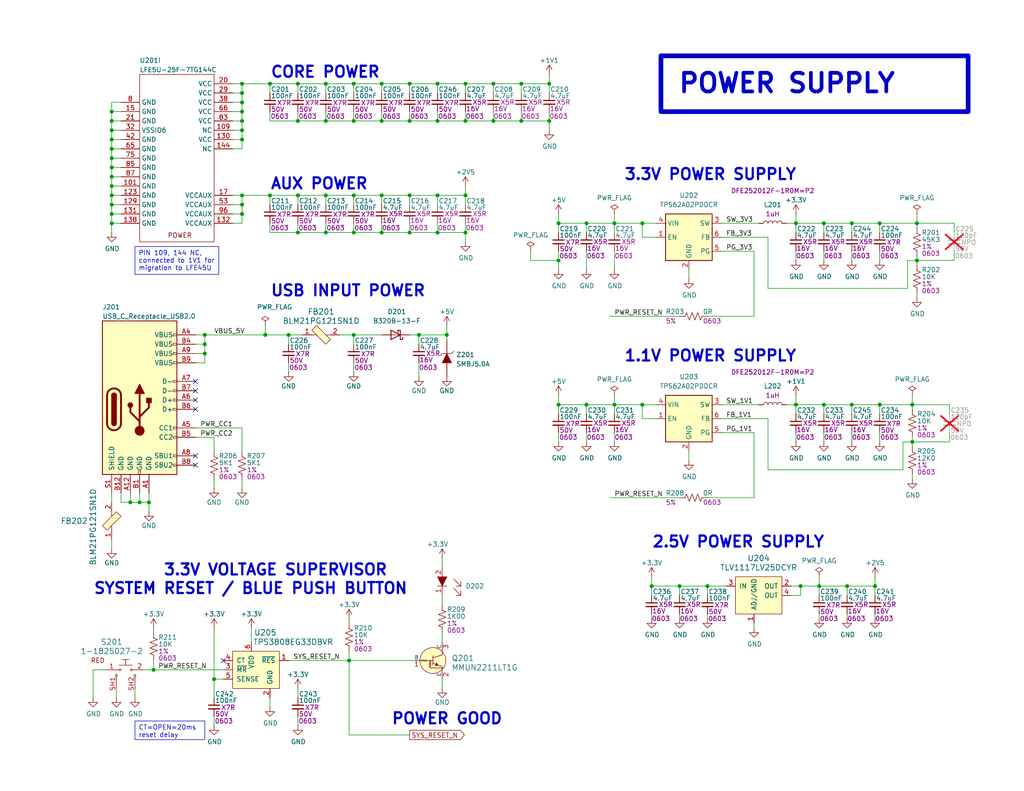
<source format=kicad_sch>
(kicad_sch (version 20231120) (generator "eeschema") (generator_version "8.0")
  (paper "A")
  (title_block (title "PETER") (date "2024-07-29") (rev "0.0") (company "Denno Wiggle") (comment 1 "USB Power Supply 3.3V 2.5V & 1.1V."))
  (lib_symbols
    (symbol "Diode:1N5819" (pin_numbers hide) (pin_names (offset 1.016) hide)
      (property "Reference" "D" (at 0 2.54 0))
      (property "Value" "1N5819" (at 0 -2.54 0))
      (symbol "1N5819_1_1"
        (pin passive line (at -3.81 0 0) (length 2.54) (name "K") (number "1"))
        (pin passive line (at 3.81 0 180) (length 2.54) (name "A") (number "2"))
      )
    )
    (symbol "WTM:C_100nF_X7R_16V_0805H" (pin_numbers hide) (pin_names (offset 0) hide)
      (property "Reference" "C" (at 0.254 3.556 0))
      (property "Value" "100nF" (at 0.254 1.778 0))
      (property "Dielectric" "X7R" (at 1.905 -0.127 0))
      (property "Voltage" "16V" (at 0.254 -1.905 0))
      (property "Footprint2" "0805H" (at 0.127 -3.81 0))
      (symbol "C_100nF_X7R_16V_0805H_1_1"
        (pin passive line (at 0 2.54 270) (length 2.032) (name "~") (number "1"))
        (pin passive line (at 0 -2.54 90) (length 2.032) (name "~") (number "2"))
      )
    )
    (symbol "WTM:C_10uF_X5R_16V_0805H" (pin_numbers hide) (pin_names (offset 0.254) hide)
      (property "Reference" "C206" (at 0.254 3.556 0))
      (property "Value" "10uF" (at 0.254 1.778 0))
      (property "Dielectric" "X5R" (at 1.905 0.762 0))
      (property "Voltage" "16V" (at 0.127 -1.016 0))
      (property "Footprint2" "0805H" (at 3.302 -3.81 0))
      (symbol "C_10uF_X5R_16V_0805H_1_1"
        (pin passive line (at 0 2.54 270) (length 2.032) (name "~") (number "1"))
        (pin passive line (at 0 -2.54 90) (length 2.032) (name "~") (number "2"))
      )
    )
    (symbol "WTM:IND_1uF_3A_DFE252012F-1R0M=P2" (pin_numbers hide) (pin_names (offset 1.016) hide)
      (property "Reference" "L" (at -8.89 1.778 0))
      (property "Value2" "1uF" (at 0.254 2.54 0))
      (property "MPN" "DFE252012F-1R0M=P2" (at -1.27 4.572 0))
      (symbol "IND_1uF_3A_DFE252012F-1R0M=P2_1_1"
        (pin passive line (at -3.81 0 0) (length 1.27) (name "") (number "1"))
        (pin passive line (at 3.81 0 180) (length 1.27) (name "") (number "2"))
      )
    )
    (symbol "WTM:LED_LTST-S270KGKT" (pin_names (offset 0))
      (property "Reference" "D" (at -6.35 3.81 0))
      (symbol "LED_LTST-S270KGKT_1_1"
        (pin passive line (at 2.54 0 180) (length 2.54) (name "~") (number "1"))
        (pin input line (at -5.08 0 0) (length 2.54) (name "~") (number "2"))
      )
    )
    (symbol "WTM:LFE5U-25F-7TG144C"
      (property "Reference" "U" (at 33.02 15.24 0))
      (property "Value" "LFE5U-25F-7TG144C" (at -12.7 1.27 0))
      (symbol "LFE5U-25F-7TG144C_1_0"
        (pin bidirectional line (at -15.24 -2.54 0) (length 5.08) (name "PT29A/PCLKT0_0") (number "128"))
        (pin bidirectional line (at -15.24 -5.08 0) (length 5.08) (name "PT15B") (number "133"))
        (pin bidirectional line (at -15.24 -7.62 0) (length 5.08) (name "PT15A") (number "134"))
        (pin bidirectional line (at -15.24 -10.16 0) (length 5.08) (name "PT13B") (number "135"))
        (pin bidirectional line (at -15.24 -12.7 0) (length 5.08) (name "PT13A") (number "136"))
        (pin power_in line (at 15.24 -5.08 180) (length 5.08) (name "VCCIO0") (number "137"))
        (pin bidirectional line (at -15.24 -15.24 0) (length 5.08) (name "PT9B") (number "139"))
        (pin bidirectional line (at -15.24 -17.78 0) (length 5.08) (name "PT9A") (number "140"))
        (pin bidirectional line (at -15.24 -20.32 0) (length 5.08) (name "PT6B") (number "141"))
        (pin bidirectional line (at -15.24 -22.86 0) (length 5.08) (name "PT4B") (number "142"))
        (pin bidirectional line (at -15.24 -25.4 0) (length 5.08) (name "PT6A") (number "143"))
      )
      (symbol "LFE5U-25F-7TG144C_1_1"
        (text "GPIO - BANK 0" (at -7.62 -27.94 0) (effects (font (size 1.27 1.27) (bold yes)) (justify left top)))
      )
      (symbol "LFE5U-25F-7TG144C_2_0"
        (pin bidirectional line (at -15.24 -2.54 0) (length 5.08) (name "PT67A") (number "110"))
        (pin bidirectional line (at -15.24 -5.08 0) (length 5.08) (name "PT62B") (number "111"))
        (pin bidirectional line (at -15.24 -7.62 0) (length 5.08) (name "PT62A") (number "112"))
        (pin bidirectional line (at -15.24 -10.16 0) (length 5.08) (name "PT60B") (number "113"))
        (pin bidirectional line (at -15.24 -12.7 0) (length 5.08) (name "PT60A") (number "114"))
        (pin bidirectional line (at -15.24 -15.24 0) (length 5.08) (name "PT58B") (number "115"))
        (pin bidirectional line (at -15.24 -17.78 0) (length 5.08) (name "PT58A") (number "116"))
        (pin bidirectional line (at -15.24 -20.32 0) (length 5.08) (name "PT56B") (number "117"))
        (pin bidirectional line (at -15.24 -22.86 0) (length 5.08) (name "PT56A") (number "118"))
        (pin bidirectional line (at -15.24 -25.4 0) (length 5.08) (name "PT53B") (number "119"))
        (pin bidirectional line (at -15.24 -27.94 0) (length 5.08) (name "PT53A") (number "120"))
        (pin bidirectional line (at -15.24 -30.48 0) (length 5.08) (name "PT51A") (number "121"))
        (pin power_in line (at 15.24 -2.54 180) (length 5.08) (name "VCCIO1") (number "122"))
        (pin bidirectional line (at -15.24 -33.02 0) (length 5.08) (name "PT42B") (number "124"))
        (pin bidirectional line (at -15.24 -35.56 0) (length 5.08) (name "PT42A") (number "125"))
        (pin bidirectional line (at -15.24 -38.1 0) (length 5.08) (name "PT40B") (number "126"))
        (pin bidirectional line (at -15.24 -40.64 0) (length 5.08) (name "PT40A") (number "127"))
      )
      (symbol "LFE5U-25F-7TG144C_2_1"
        (text "GPIO - BANK 1" (at -7.62 -43.18 0) (effects (font (size 1.27 1.27)) (justify left top)))
      )
      (symbol "LFE5U-25F-7TG144C_3_0"
        (pin power_in line (at 15.24 -27.94 180) (length 5.08) (name "VCCIO2") (number "100"))
        (pin bidirectional line (at -15.24 -30.48 0) (length 5.08) (name "PR8D") (number "102"))
        (pin bidirectional line (at -15.24 -33.02 0) (length 5.08) (name "PR8B") (number "103"))
        (pin bidirectional line (at -15.24 -35.56 0) (length 5.08) (name "PR8C") (number "104"))
        (pin bidirectional line (at -15.24 -38.1 0) (length 5.08) (name "PR8A") (number "105"))
        (pin bidirectional line (at -15.24 -40.64 0) (length 5.08) (name "PR2D") (number "106"))
        (pin bidirectional line (at -15.24 -43.18 0) (length 5.08) (name "PR2C") (number "107"))
        (pin bidirectional line (at -15.24 -45.72 0) (length 5.08) (name "PR2B") (number "108"))
        (pin bidirectional line (at -15.24 -2.54 0) (length 5.08) (name "PR23D/PCLKC2_0") (number "88"))
        (pin bidirectional line (at -15.24 -5.08 0) (length 5.08) (name "PR23B/PCLKC2_1") (number "89"))
        (pin bidirectional line (at -15.24 -7.62 0) (length 5.08) (name "PR23C/PCLKT2_0") (number "90"))
        (pin bidirectional line (at -15.24 -10.16 0) (length 5.08) (name "PR23A/PCLKT2_1") (number "91"))
        (pin bidirectional line (at -15.24 -12.7 0) (length 5.08) (name "PR20D") (number "92"))
        (pin bidirectional line (at -15.24 -15.24 0) (length 5.08) (name "PR20B") (number "93"))
        (pin bidirectional line (at -15.24 -17.78 0) (length 5.08) (name "PR20C/GR_PCLK2_0") (number "94"))
        (pin bidirectional line (at -15.24 -20.32 0) (length 5.08) (name "PR20A/GR_PCLK2_1") (number "95"))
        (pin bidirectional line (at -15.24 -22.86 0) (length 5.08) (name "PR14B") (number "97"))
        (pin bidirectional line (at -15.24 -25.4 0) (length 5.08) (name "PR14C") (number "98"))
        (pin bidirectional line (at -15.24 -27.94 0) (length 5.08) (name "PR14A") (number "99"))
      )
      (symbol "LFE5U-25F-7TG144C_3_1"
        (text "GPIO - BANK 2\n" (at -7.62 -48.26 0) (effects (font (size 1.27 1.27)) (justify left top)))
      )
      (symbol "LFE5U-25F-7TG144C_4_0"
        (pin bidirectional line (at -17.78 -10.16 0) (length 5.08) (name "PR47B") (number "67"))
        (pin bidirectional line (at -17.78 -7.62 0) (length 5.08) (name "PR47D/LRC_GPLL0C_IN") (number "68"))
        (pin bidirectional line (at -17.78 -2.54 0) (length 5.08) (name "PR47C/LRC_GPLL0T_IN") (number "69"))
        (pin power_in line (at 17.78 -12.7 180) (length 5.08) (name "VCCIO3") (number "70"))
        (pin bidirectional line (at -17.78 -12.7 0) (length 5.08) (name "PR47A") (number "71"))
        (pin bidirectional line (at -17.78 -15.24 0) (length 5.08) (name "PR44C") (number "72"))
        (pin bidirectional line (at -17.78 -17.78 0) (length 5.08) (name "PR41D") (number "73"))
        (pin bidirectional line (at -17.78 -20.32 0) (length 5.08) (name "PR41C") (number "74"))
        (pin bidirectional line (at -17.78 -22.86 0) (length 5.08) (name "PR41B") (number "76"))
        (pin bidirectional line (at -17.78 -25.4 0) (length 5.08) (name "PR41A") (number "77"))
        (pin bidirectional line (at -17.78 -27.94 0) (length 5.08) (name "PR35D") (number "78"))
        (pin bidirectional line (at -17.78 -30.48 0) (length 5.08) (name "PR35B") (number "79"))
        (pin bidirectional line (at -17.78 -33.02 0) (length 5.08) (name "PR35C") (number "80"))
        (pin bidirectional line (at -17.78 -35.56 0) (length 5.08) (name "PR35A") (number "81"))
        (pin bidirectional line (at -17.78 -38.1 0) (length 5.08) (name "PR32D") (number "82"))
        (pin bidirectional line (at -17.78 -40.64 0) (length 5.08) (name "PR32C") (number "84"))
        (pin power_in line (at 17.78 -15.24 180) (length 5.08) (name "VCCIO3") (number "86"))
      )
      (symbol "LFE5U-25F-7TG144C_4_1"
        (text "GPIO - BANK 3" (at -7.62 -43.18 0) (effects (font (size 1.27 1.27)) (justify left top)))
      )
      (symbol "LFE5U-25F-7TG144C_5_0"
        (pin power_in line (at 17.78 -2.54 180) (length 5.08) (name "VCCIO6") (number "16"))
        (pin bidirectional line (at -15.24 -2.54 0) (length 5.08) (name "PL32B") (number "18"))
        (pin bidirectional line (at -15.24 -5.08 0) (length 5.08) (name "PL35B") (number "19"))
        (pin bidirectional line (at -15.24 -7.62 0) (length 5.08) (name "PL35C") (number "22"))
        (pin bidirectional line (at -15.24 -10.16 0) (length 5.08) (name "PL35D") (number "23"))
        (pin bidirectional line (at -15.24 -12.7 0) (length 5.08) (name "PL38A") (number "24"))
        (pin bidirectional line (at -15.24 -15.24 0) (length 5.08) (name "PL38B") (number "25"))
        (pin bidirectional line (at -15.24 -17.78 0) (length 5.08) (name "PL41C") (number "26"))
        (pin bidirectional line (at -15.24 -20.32 0) (length 5.08) (name "PL41D") (number "27"))
        (pin bidirectional line (at -15.24 -22.86 0) (length 5.08) (name "PL44A") (number "28"))
        (pin bidirectional line (at -15.24 -25.4 0) (length 5.08) (name "PL44B") (number "30"))
        (pin bidirectional line (at -15.24 -27.94 0) (length 5.08) (name "PL44C") (number "31"))
        (pin bidirectional line (at -15.24 -30.48 0) (length 5.08) (name "PL44D") (number "33"))
        (pin bidirectional line (at -15.24 -33.02 0) (length 5.08) (name "PL47A") (number "34"))
        (pin bidirectional line (at -15.24 -35.56 0) (length 5.08) (name "PL47B") (number "35"))
        (pin power_in line (at 17.78 -5.08 180) (length 5.08) (name "VCCIO6") (number "36"))
        (pin bidirectional line (at -15.24 -38.1 0) (length 5.08) (name "PL47C/LLC_GPLL0T_IN") (number "37"))
      )
      (symbol "LFE5U-25F-7TG144C_5_1"
        (text "GPIO - BANK 6" (at -7.62 -40.64 0) (effects (font (size 1.27 1.27)) (justify left top)))
      )
      (symbol "LFE5U-25F-7TG144C_6_0"
        (pin bidirectional line (at -15.24 -2.54 0) (length 5.08) (name "PL5C") (number "1"))
        (pin bidirectional line (at -15.24 -20.32 0) (length 5.08) (name "PL14A") (number "10"))
        (pin bidirectional line (at -15.24 -22.86 0) (length 5.08) (name "PL14C") (number "11"))
        (pin bidirectional line (at -15.24 -25.4 0) (length 5.08) (name "PL14B") (number "12"))
        (pin bidirectional line (at -15.24 -27.94 0) (length 5.08) (name "PL14D") (number "13"))
        (pin bidirectional line (at -15.24 -30.48 0) (length 5.08) (name "PL23D/PCLKC7_0") (number "14"))
        (pin bidirectional line (at -15.24 -5.08 0) (length 5.08) (name "PL5D") (number "2"))
        (pin bidirectional line (at -15.24 -7.62 0) (length 5.08) (name "PL5B") (number "3"))
        (pin bidirectional line (at -15.24 -10.16 0) (length 5.08) (name "PL8A") (number "4"))
        (pin bidirectional line (at -15.24 -12.7 0) (length 5.08) (name "PL8C") (number "5"))
        (pin bidirectional line (at -15.24 -15.24 0) (length 5.08) (name "PL8B") (number "6"))
        (pin bidirectional line (at -15.24 -17.78 0) (length 5.08) (name "PL8D") (number "7"))
        (pin power_in line (at 15.24 -2.54 180) (length 5.08) (name "VCCIO7") (number "9"))
      )
      (symbol "LFE5U-25F-7TG144C_6_1"
        (text "GPIO - BANK 7" (at -7.62 -33.02 0) (effects (font (size 1.27 1.27)) (justify left top)))
      )
      (symbol "LFE5U-25F-7TG144C_7_0"
        (pin bidirectional line (at -17.78 -2.54 0) (length 5.08) (name "PB6A/D5/MISO2/IO5") (number "39"))
        (pin bidirectional line (at -17.78 -5.08 0) (length 5.08) (name "PB4A/D7/IO7") (number "40"))
        (pin bidirectional line (at -17.78 -7.62 0) (length 5.08) (name "PB6B/D4/MOSI2/IO4") (number "41"))
        (pin power_in line (at 33.02 -2.54 180) (length 5.08) (name "VCCIO8") (number "43"))
        (pin bidirectional line (at -17.78 -10.16 0) (length 5.08) (name "PB4B/D6/IO6") (number "44"))
        (pin bidirectional line (at -17.78 -12.7 0) (length 5.08) (name "PB9A/D3/IO3") (number "45"))
        (pin bidirectional line (at -17.78 -48.26 0) (length 5.08) (name "MISO/D1/IO1/PB11A") (number "46"))
        (pin bidirectional line (at -17.78 -45.72 0) (length 5.08) (name "MOSI/D0/IO0/PB11B") (number "47"))
        (pin bidirectional line (at -17.78 -15.24 0) (length 5.08) (name "PB13A/SN/CSN") (number "48"))
        (pin bidirectional line (at -17.78 -53.34 0) (length 5.08) (name "CSSPIN/PB15A/HOLDN/DI/BUSY/CEN") (number "49"))
        (pin bidirectional line (at -17.78 -17.78 0) (length 5.08) (name "PB13B/CS1N") (number "50"))
        (pin bidirectional line (at -17.78 -20.32 0) (length 5.08) (name "PB15B/DOUT/CSON") (number "51"))
        (pin bidirectional line (at -17.78 -22.86 0) (length 5.08) (name "PB18A/WRITEN") (number "52"))
        (pin bidirectional line (at -17.78 -50.8 0) (length 5.08) (name "MCLK/CCLK/SCK") (number "54"))
        (pin bidirectional line (at 33.02 -25.4 180) (length 5.08) (name "INITN") (number "55"))
        (pin output line (at 33.02 -22.86 180) (length 5.08) (name "DONE") (number "56"))
        (pin bidirectional line (at -17.78 -34.29 0) (length 5.08) (name "PROGRAMN") (number "57"))
        (pin input line (at 33.02 -50.8 180) (length 5.08) (name "CFG_2") (number "58"))
        (pin input line (at 33.02 -48.26 180) (length 5.08) (name "CFG_1") (number "59"))
        (pin input line (at 33.02 -45.72 180) (length 5.08) (name "CFG_0") (number "62"))
      )
      (symbol "LFE5U-25F-7TG144C_7_1"
        (text "GPIO - BANK 8" (at 0 -55.88 0) (effects (font (size 1.27 1.27)) (justify left top)))
      )
      (symbol "LFE5U-25F-7TG144C_8_0"
        (pin output line (at -15.24 -5.08 0) (length 5.08) (name "TDO") (number "60"))
        (pin input line (at -15.24 -2.54 0) (length 5.08) (name "TDI") (number "61"))
        (pin input line (at -15.24 -7.62 0) (length 5.08) (name "TCK") (number "63"))
        (pin input line (at -15.24 -10.16 0) (length 5.08) (name "TMS") (number "64"))
      )
      (symbol "LFE5U-25F-7TG144C_8_1"
        (text "JTAG" (at -2.54 -12.7 0) (effects (font (size 1.27 1.27)) (justify left top)))
      )
      (symbol "LFE5U-25F-7TG144C_9_0"
        (pin power_in line (at -15.24 -30.48 0) (length 5.08) (name "GND") (number "101"))
        (pin passive line (at 15.24 -15.24 180) (length 5.08) (name "NC") (number "109"))
        (pin power_in line (at -15.24 -33.02 0) (length 5.08) (name "GND") (number "123"))
        (pin power_in line (at -15.24 -35.56 0) (length 5.08) (name "GND") (number "129"))
        (pin power_in line (at 15.24 -17.78 180) (length 5.08) (name "VCC") (number "130"))
        (pin power_in line (at -15.24 -38.1 0) (length 5.08) (name "GND") (number "131"))
        (pin power_in line (at 15.24 -40.64 180) (length 5.08) (name "VCCAUX") (number "132"))
        (pin power_in line (at -15.24 -40.64 0) (length 5.08) (name "GND") (number "138"))
        (pin passive line (at 15.24 -20.32 180) (length 5.08) (name "NC") (number "144"))
        (pin power_in line (at -15.24 -10.16 0) (length 5.08) (name "GND") (number "15"))
        (pin power_in line (at 15.24 -33.02 180) (length 5.08) (name "VCCAUX") (number "17"))
        (pin power_in line (at 15.24 -2.54 180) (length 5.08) (name "VCC") (number "20"))
        (pin power_in line (at -15.24 -12.7 0) (length 5.08) (name "GND") (number "21"))
        (pin power_in line (at 15.24 -5.08 180) (length 5.08) (name "VCC") (number "29"))
        (pin power_in line (at -15.24 -15.24 0) (length 5.08) (name "VSSIO6") (number "32"))
        (pin power_in line (at 15.24 -7.62 180) (length 5.08) (name "VCC") (number "38"))
        (pin power_in line (at -15.24 -17.78 0) (length 5.08) (name "GND") (number "42"))
        (pin power_in line (at 15.24 -35.56 180) (length 5.08) (name "VCCAUX") (number "53"))
        (pin power_in line (at -15.24 -20.32 0) (length 5.08) (name "GND") (number "65"))
        (pin power_in line (at 15.24 -10.16 180) (length 5.08) (name "VCC") (number "66"))
        (pin power_in line (at -15.24 -22.86 0) (length 5.08) (name "GND") (number "75"))
        (pin power_in line (at -15.24 -7.62 0) (length 5.08) (name "GND") (number "8"))
        (pin power_in line (at 15.24 -12.7 180) (length 5.08) (name "VCC") (number "83"))
        (pin power_in line (at -15.24 -25.4 0) (length 5.08) (name "GND") (number "85"))
        (pin power_in line (at -15.24 -27.94 0) (length 5.08) (name "GND") (number "87"))
        (pin power_in line (at 15.24 -38.1 180) (length 5.08) (name "VCCAUX") (number "96"))
      )
      (symbol "LFE5U-25F-7TG144C_9_1"
        (text "POWER" (at -2.54 -43.18 0) (effects (font (size 1.27 1.27)) (justify left top)))
      )
    )
    (symbol "WTM:MMSZ5231B-7-F" (pin_numbers hide) (pin_names (offset 0) hide)
      (property "Reference" "Z201" (at 0.9525 -2.54 90))
      (property "Value" "SMBJ5.0A" (at -1.5875 -2.54 90))
      (symbol "MMSZ5231B-7-F_1_1"
        (pin passive line (at 5.08 0 180) (length 3.81) (name "~") (number "1"))
        (pin passive line (at -5.08 0 0) (length 3.81) (name "~") (number "2"))
      )
    )
    (symbol "WTM:MMUN2211LT1G" (pin_names (offset 0))
      (property "Reference" "Q2" (at -5.08 7.62 0))
      (property "Value" "MMUN2211LT1G" (at -20.32 5.08 0))
      (symbol "MMUN2211LT1G_1_1"
        (pin input line (at -7.62 0 0) (length 1.27) (name "B") (number "1"))
        (pin passive line (at 0 -5.08 90) (length 2.54) (name "E") (number "2"))
        (pin passive line (at 0 5.08 270) (length 2.54) (name "C") (number "3"))
      )
    )
    (symbol "WTM:R_10K_5%_0805H" (pin_numbers hide) (pin_names (offset 0))
      (property "Reference" "R515" (at 1.27 2.54 0))
      (property "Value" "10K" (at 1.27 0.635 0))
      (property "Tolerance" "5%" (at 1.27 -1.27 0))
      (property "Footprint2" "0805H" (at 0 -3.175 0))
      (symbol "R_10K_5%_0805H_1_1"
        (pin passive line (at 0 3.81 270) (length 1.27) (name "~") (number "1"))
        (pin passive line (at 0 -3.81 90) (length 1.27) (name "~") (number "2"))
      )
    )
    (symbol "WTM:R_33R_5%_0805H_Horizontal1" (pin_numbers hide) (pin_names (offset 0))
      (property "Reference" "R" (at -7.62 1.27 0))
      (property "Value" "33R" (at 2.54 1.27 0))
      (property "Tolerance" "5%" (at 2.54 -1.27 0))
      (property "Footprint2" "0805H" (at -8.89 -1.27 0))
      (symbol "R_33R_5%_0805H_Horizontal1_1_1"
        (pin passive line (at -3.81 0 0) (length 1.27) (name "~") (number "1"))
        (pin passive line (at 3.81 0 180) (length 1.27) (name "~") (number "2"))
      )
    )
    (symbol "WTM:SW_TACTILE_RA_1-1825027-2" (pin_names (offset 1.016))
      (property "Reference" "S201" (at -0.635 7.62 0))
      (property "Value" "1-1825027-2" (at -2.54 5.08 0))
      (symbol "SW_TACTILE_RA_1-1825027-2_1_1"
        (text "RED" (at -7.62 2.54 0) (effects (font (size 1.27 1.27))))
        (pin passive line (at -5.08 0 0) (length 2.54) (name "~") (number "1"))
        (pin passive line (at 5.08 0 180) (length 2.54) (name "~") (number "2"))
        (pin passive line (at -2.54 -5.08 90) (length 2.54) (name "") (number "SH1"))
        (pin passive line (at 2.54 -5.08 90) (length 2.54) (name "~") (number "SH2"))
      )
    )
    (symbol "WTM:TLV1117LV25DCYR" (pin_names (offset 1.016))
      (property "Reference" "U204" (at 1.27 7.62 0))
      (property "Value" "TLV1117LV25DCYR" (at 1.27 5.08 0))
      (symbol "TLV1117LV25DCYR_1_1"
        (pin power_in line (at 0 -10.16 90) (length 2.54) (name "ADJ/GND") (number "1"))
        (pin power_out line (at 10.16 0 180) (length 2.54) (name "OUT") (number "2"))
        (pin power_in line (at -7.62 0 0) (length 2.54) (name "IN") (number "3"))
        (pin power_out line (at 10.16 -2.54 180) (length 2.54) (name "OUT") (number "4"))
      )
    )
    (symbol "WTM:TPS62A02PDDCR"
      (property "Reference" "U203" (at 0 11.43 0))
      (property "Value" "TPS62A02PDDCR" (at 0 8.89 0))
      (symbol "TPS62A02PDDCR_1_1"
        (pin input line (at -8.89 0 0) (length 2.54) (name "EN") (number "1"))
        (pin power_in line (at 0 -8.89 90) (length 2.54) (name "GND") (number "2"))
        (pin power_out line (at 8.89 3.81 180) (length 2.54) (name "SW") (number "3"))
        (pin power_in line (at -8.89 3.81 0) (length 2.54) (name "VIN") (number "4"))
        (pin input line (at 8.89 -3.81 180) (length 2.54) (name "PG") (number "5"))
        (pin input line (at 8.89 0 180) (length 2.54) (name "FB") (number "6"))
      )
    )
    (symbol "WTM:USB_C_Receptacle_USB2.0-Connector" (pin_names (offset 1.016))
      (property "Reference" "J906" (at -10.16 27.94 0))
      (property "Value" "USB_C_Receptacle_USB2.0" (at -10.16 25.4 0))
      (symbol "USB_C_Receptacle_USB2.0-Connector_1_1"
        (pin power_in line (at 2.54 -22.86 90) (length 5.08) (name "GND") (number "A1"))
        (pin power_in line (at -2.54 -22.86 90) (length 5.08) (name "GND") (number "A12"))
        (pin power_in line (at 15.24 20.32 180) (length 5.08) (name "VBUS") (number "A4"))
        (pin bidirectional line (at 15.24 -5.08 180) (length 5.08) (name "CC1") (number "A5"))
        (pin bidirectional line (at 15.24 2.54 180) (length 5.08) (name "D+") (number "A6"))
        (pin bidirectional line (at 15.24 7.62 180) (length 5.08) (name "D-") (number "A7"))
        (pin bidirectional line (at 15.24 -12.7 180) (length 5.08) (name "SBU1") (number "A8"))
        (pin power_in line (at 15.24 15.24 180) (length 5.08) (name "VBUS") (number "A9"))
        (pin power_in line (at 0 -22.86 90) (length 5.08) (name "GND") (number "B1"))
        (pin power_in line (at -5.08 -22.86 90) (length 5.08) (name "GND") (number "B12"))
        (pin power_in line (at 15.24 17.78 180) (length 5.08) (name "VBUS") (number "B4"))
        (pin bidirectional line (at 15.24 -7.62 180) (length 5.08) (name "CC2") (number "B5"))
        (pin bidirectional line (at 15.24 0 180) (length 5.08) (name "D+") (number "B6"))
        (pin bidirectional line (at 15.24 5.08 180) (length 5.08) (name "D-") (number "B7"))
        (pin bidirectional line (at 15.24 -15.24 180) (length 5.08) (name "SBU2") (number "B8"))
        (pin power_in line (at 15.24 12.7 180) (length 5.08) (name "VBUS") (number "B9"))
        (pin passive line (at -7.62 -22.86 90) (length 5.08) (name "SHIELD") (number "S1"))
      )
    )
    (symbol "dk_Ferrite-Beads-and-Chips:BLM18AG601SN1D" (pin_names (offset 1.016))
      (property "Reference" "FB" (at -2.54 3.81 0))
      (property "Value" "BLM18AG601SN1D" (at 0 -3.81 0))
      (symbol "BLM18AG601SN1D_1_1"
        (pin passive line (at -5.08 0 0) (length 2.54) (name "~") (number "1"))
        (pin passive line (at 5.08 0 180) (length 2.54) (name "~") (number "2"))
      )
    )
    (symbol "dk_PMIC-Supervisors:TPS3808G33DBVR" (pin_names (offset 1.016))
      (property "Reference" "U" (at -5.2832 3.5814 0))
      (property "Value" "TPS3808G33DBVR" (at 2.6924 -8.763 0))
      (symbol "TPS3808G33DBVR_1_1"
        (pin output line (at 10.16 0 180) (length 2.54) (name "~{RES}") (number "1"))
        (pin power_in line (at 5.08 -10.16 90) (length 2.54) (name "GND") (number "2"))
        (pin input line (at -7.62 -2.54 0) (length 2.54) (name "~{MR}") (number "3"))
        (pin input line (at -7.62 0 0) (length 2.54) (name "CT") (number "4"))
        (pin input line (at -7.62 -5.08 0) (length 2.54) (name "SENSE") (number "5"))
        (pin power_in line (at 0 5.08 270) (length 2.54) (name "VDD") (number "6"))
      )
    )
    (symbol "power:+1V1" (power) (pin_numbers hide) (pin_names (offset 0) hide)
      (property "Value" "+1V1" (at 0 3.556 0))
      (symbol "+1V1_1_1"
        (pin power_in line (at 0 0 90) (length 0) (name "~") (number "1"))
      )
    )
    (symbol "power:+2V5" (power) (pin_numbers hide) (pin_names (offset 0) hide)
      (property "Value" "+2V5" (at 0 3.556 0))
      (symbol "+2V5_1_1"
        (pin power_in line (at 0 0 90) (length 0) (name "~") (number "1"))
      )
    )
    (symbol "power:+3.3V" (power) (pin_numbers hide) (pin_names (offset 0) hide)
      (property "Value" "+3.3V" (at 0 3.556 0))
      (symbol "+3.3V_1_1"
        (pin power_in line (at 0 0 90) (length 0) (name "~") (number "1"))
      )
    )
    (symbol "power:+5V" (power) (pin_numbers hide) (pin_names (offset 0) hide)
      (property "Value" "+5V" (at 0 3.556 0))
      (symbol "+5V_1_1"
        (pin power_in line (at 0 0 90) (length 0) (name "~") (number "1"))
      )
    )
    (symbol "power:GND" (power) (pin_numbers hide) (pin_names (offset 0) hide)
      (property "Value" "GND" (at 0 -3.81 0))
      (symbol "GND_1_1"
        (pin power_in line (at 0 0 270) (length 0) (name "~") (number "1"))
      )
    )
    (symbol "power:PWR_FLAG" (power) (pin_numbers hide) (pin_names (offset 0) hide)
      (property "Value" "PWR_FLAG" (at 0 3.81 0))
      (symbol "PWR_FLAG_0_0"
        (pin power_out line (at 0 0 90) (length 0) (name "~") (number "1"))
      )
    )
  )
  (junction (at 88.9 63.5))
  (junction (at 127 33.02))
  (junction (at 127 63.5))
  (junction (at 127 22.86))
  (junction (at 240.03 60.96))
  (junction (at 238.76 160.02))
  (junction (at 175.26 60.96))
  (junction (at 160.02 60.96))
  (junction (at 217.17 110.49))
  (junction (at 111.76 53.34))
  (junction (at 167.64 60.96))
  (junction (at 152.4 110.49))
  (junction (at 81.28 22.86))
  (junction (at 73.66 53.34))
  (junction (at 223.52 160.02))
  (junction (at 121.92 91.44))
  (junction (at 175.26 110.49))
  (junction (at 185.42 160.02))
  (junction (at 30.48 40.64))
  (junction (at 66.04 22.86))
  (junction (at 119.38 63.5))
  (junction (at 231.14 160.02))
  (junction (at 111.76 33.02))
  (junction (at 111.76 22.86))
  (junction (at 41.91 182.88))
  (junction (at 30.48 58.42))
  (junction (at 96.52 63.5))
  (junction (at 66.04 35.56))
  (junction (at 81.28 53.34))
  (junction (at 218.44 160.02))
  (junction (at 30.48 53.34))
  (junction (at 30.48 45.72))
  (junction (at 96.52 91.44))
  (junction (at 119.38 22.86))
  (junction (at 66.04 55.88))
  (junction (at 66.04 33.02))
  (junction (at 30.48 60.96))
  (junction (at 81.28 63.5))
  (junction (at 193.04 160.02))
  (junction (at 30.48 43.18))
  (junction (at 30.48 50.8))
  (junction (at 232.41 60.96))
  (junction (at 224.79 110.49))
  (junction (at 119.38 33.02))
  (junction (at 73.66 22.86))
  (junction (at 66.04 30.48))
  (junction (at 88.9 53.34))
  (junction (at 114.3 91.44))
  (junction (at 119.38 53.34))
  (junction (at 134.62 33.02))
  (junction (at 66.04 38.1))
  (junction (at 30.48 38.1))
  (junction (at 66.04 53.34))
  (junction (at 250.19 71.12))
  (junction (at 217.17 60.96))
  (junction (at 96.52 22.86))
  (junction (at 142.24 22.86))
  (junction (at 66.04 25.4))
  (junction (at 104.14 53.34))
  (junction (at 248.92 120.65))
  (junction (at 30.48 48.26))
  (junction (at 240.03 110.49))
  (junction (at 38.1 137.16))
  (junction (at 160.02 110.49))
  (junction (at 152.4 71.12))
  (junction (at 96.52 53.34))
  (junction (at 66.04 58.42))
  (junction (at 177.8 160.02))
  (junction (at 30.48 35.56))
  (junction (at 104.14 63.5))
  (junction (at 127 53.34))
  (junction (at 30.48 33.02))
  (junction (at 104.14 33.02))
  (junction (at 88.9 33.02))
  (junction (at 248.92 110.49))
  (junction (at 30.48 55.88))
  (junction (at 81.28 33.02))
  (junction (at 111.76 63.5))
  (junction (at 78.74 91.44))
  (junction (at 142.24 33.02))
  (junction (at 224.79 60.96))
  (junction (at 167.64 110.49))
  (junction (at 55.88 93.98))
  (junction (at 30.48 30.48))
  (junction (at 96.52 33.02))
  (junction (at 250.19 60.96))
  (junction (at 55.88 96.52))
  (junction (at 149.86 22.86))
  (junction (at 40.64 137.16))
  (junction (at 149.86 33.02))
  (junction (at 152.4 60.96))
  (junction (at 134.62 22.86))
  (junction (at 232.41 110.49))
  (junction (at 66.04 27.94))
  (junction (at 58.42 185.42))
  (junction (at 88.9 22.86))
  (junction (at 72.39 91.44))
  (junction (at 55.88 91.44))
  (junction (at 104.14 22.86))
  (junction (at 95.25 180.34))
  (junction (at 35.56 137.16))
  (no_connect (at 53.34 106.68))
  (no_connect (at 53.34 127))
  (no_connect (at 60.96 180.34))
  (no_connect (at 53.34 104.14))
  (no_connect (at 53.34 109.22))
  (no_connect (at 53.34 111.76))
  (no_connect (at 53.34 124.46))
  (wire (pts (xy 231.14 160.02) (xy 238.76 160.02)))
  (wire (pts (xy 232.41 60.96) (xy 224.79 60.96)))
  (wire (pts (xy 30.48 43.18) (xy 30.48 45.72)))
  (wire (pts (xy 217.17 68.58) (xy 217.17 71.12)))
  (wire (pts (xy 63.5 53.34) (xy 66.04 53.34)))
  (wire (pts (xy 217.17 58.42) (xy 217.17 60.96)))
  (wire (pts (xy 152.4 107.95) (xy 152.4 110.49)))
  (wire (pts (xy 246.38 120.65) (xy 248.92 120.65)))
  (wire (pts (xy 218.44 162.56) (xy 215.9 162.56)))
  (wire (pts (xy 104.14 30.48) (xy 104.14 33.02)))
  (wire (pts (xy 217.17 107.95) (xy 217.17 110.49)))
  (wire (pts (xy 152.4 68.58) (xy 152.4 71.12)))
  (wire (pts (xy 205.74 118.11) (xy 205.74 135.89)))
  (wire (pts (xy 111.76 33.02) (xy 119.38 33.02)))
  (wire (pts (xy 63.5 60.96) (xy 66.04 60.96)))
  (wire (pts (xy 160.02 60.96) (xy 160.02 63.5)))
  (wire (pts (xy 55.88 99.06) (xy 55.88 96.52)))
  (wire (pts (xy 247.65 71.12) (xy 250.19 71.12)))
  (wire (pts (xy 205.74 86.36) (xy 193.04 86.36)))
  (wire (pts (xy 30.48 45.72) (xy 33.02 45.72)))
  (wire (pts (xy 193.04 160.02) (xy 193.04 162.56)))
  (wire (pts (xy 196.85 60.96) (xy 207.01 60.96)))
  (wire (pts (xy 96.52 53.34) (xy 104.14 53.34)))
  (wire (pts (xy 81.28 53.34) (xy 81.28 55.88)))
  (wire (pts (xy 167.64 58.42) (xy 167.64 60.96)))
  (wire (pts (xy 55.88 93.98) (xy 55.88 91.44)))
  (wire (pts (xy 58.42 123.19) (xy 58.42 119.38)))
  (wire (pts (xy 248.92 129.54) (xy 248.92 130.81)))
  (wire (pts (xy 240.03 110.49) (xy 240.03 113.03)))
  (wire (pts (xy 260.35 71.12) (xy 250.19 71.12)))
  (wire (pts (xy 30.48 30.48) (xy 30.48 33.02)))
  (wire (pts (xy 66.04 38.1) (xy 66.04 40.64)))
  (wire (pts (xy 240.03 60.96) (xy 240.03 63.5)))
  (wire (pts (xy 35.56 137.16) (xy 33.02 137.16)))
  (wire (pts (xy 177.8 167.64) (xy 177.8 168.91)))
  (wire (pts (xy 238.76 160.02) (xy 238.76 162.56)))
  (wire (pts (xy 119.38 22.86) (xy 119.38 25.4)))
  (wire (pts (xy 30.48 35.56) (xy 30.48 38.1)))
  (wire (pts (xy 260.35 60.96) (xy 250.19 60.96)))
  (wire (pts (xy 88.9 30.48) (xy 88.9 33.02)))
  (wire (pts (xy 152.4 110.49) (xy 152.4 113.03)))
  (wire (pts (xy 160.02 60.96) (xy 167.64 60.96)))
  (wire (pts (xy 149.86 33.02) (xy 142.24 33.02)))
  (wire (pts (xy 179.07 64.77) (xy 175.26 64.77)))
  (wire (pts (xy 111.76 91.44) (xy 114.3 91.44)))
  (wire (pts (xy 217.17 110.49) (xy 217.17 113.03)))
  (wire (pts (xy 73.66 53.34) (xy 73.66 55.88)))
  (wire (pts (xy 209.55 78.74) (xy 247.65 78.74)))
  (wire (pts (xy 152.4 110.49) (xy 160.02 110.49)))
  (wire (pts (xy 214.63 60.96) (xy 217.17 60.96)))
  (wire (pts (xy 30.48 48.26) (xy 33.02 48.26)))
  (wire (pts (xy 196.85 110.49) (xy 207.01 110.49)))
  (wire (pts (xy 88.9 22.86) (xy 81.28 22.86)))
  (wire (pts (xy 119.38 33.02) (xy 127 33.02)))
  (wire (pts (xy 111.76 30.48) (xy 111.76 33.02)))
  (wire (pts (xy 259.08 110.49) (xy 248.92 110.49)))
  (wire (pts (xy 119.38 63.5) (xy 111.76 63.5)))
  (wire (pts (xy 196.85 114.3) (xy 209.55 114.3)))
  (wire (pts (xy 142.24 22.86) (xy 134.62 22.86)))
  (wire (pts (xy 240.03 68.58) (xy 240.03 71.12)))
  (wire (pts (xy 177.8 160.02) (xy 177.8 162.56)))
  (wire (pts (xy 260.35 68.58) (xy 260.35 71.12)))
  (wire (pts (xy 224.79 68.58) (xy 224.79 71.12)))
  (wire (pts (xy 78.74 91.44) (xy 78.74 93.98)))
  (wire (pts (xy 96.52 22.86) (xy 96.52 25.4)))
  (wire (pts (xy 175.26 64.77) (xy 175.26 60.96)))
  (wire (pts (xy 73.66 190.5) (xy 73.66 193.04)))
  (wire (pts (xy 142.24 22.86) (xy 142.24 25.4)))
  (wire (pts (xy 111.76 22.86) (xy 111.76 25.4)))
  (wire (pts (xy 152.4 60.96) (xy 160.02 60.96)))
  (wire (pts (xy 25.4 182.88) (xy 25.4 190.5)))
  (wire (pts (xy 58.42 185.42) (xy 58.42 190.5)))
  (wire (pts (xy 53.34 91.44) (xy 55.88 91.44)))
  (wire (pts (xy 152.4 58.42) (xy 152.4 60.96)))
  (wire (pts (xy 232.41 110.49) (xy 232.41 113.03)))
  (wire (pts (xy 111.76 60.96) (xy 111.76 63.5)))
  (wire (pts (xy 167.64 110.49) (xy 167.64 113.03)))
  (wire (pts (xy 177.8 160.02) (xy 185.42 160.02)))
  (wire (pts (xy 73.66 63.5) (xy 81.28 63.5)))
  (wire (pts (xy 72.39 91.44) (xy 55.88 91.44)))
  (wire (pts (xy 121.92 91.44) (xy 121.92 88.9)))
  (wire (pts (xy 175.26 110.49) (xy 179.07 110.49)))
  (wire (pts (xy 149.86 22.86) (xy 149.86 25.4)))
  (wire (pts (xy 238.76 167.64) (xy 238.76 168.91)))
  (wire (pts (xy 30.48 40.64) (xy 30.48 43.18)))
  (wire (pts (xy 160.02 68.58) (xy 160.02 73.66)))
  (wire (pts (xy 53.34 96.52) (xy 55.88 96.52)))
  (wire (pts (xy 63.5 58.42) (xy 66.04 58.42)))
  (wire (pts (xy 81.28 60.96) (xy 81.28 63.5)))
  (wire (pts (xy 53.34 93.98) (xy 55.88 93.98)))
  (wire (pts (xy 66.04 55.88) (xy 66.04 53.34)))
  (wire (pts (xy 127 30.48) (xy 127 33.02)))
  (wire (pts (xy 88.9 60.96) (xy 88.9 63.5)))
  (wire (pts (xy 259.08 120.65) (xy 248.92 120.65)))
  (wire (pts (xy 95.25 168.91) (xy 95.25 170.18)))
  (wire (pts (xy 30.48 38.1) (xy 33.02 38.1)))
  (wire (pts (xy 160.02 110.49) (xy 160.02 113.03)))
  (wire (pts (xy 127 53.34) (xy 127 55.88)))
  (wire (pts (xy 250.19 58.42) (xy 250.19 60.96)))
  (wire (pts (xy 53.34 99.06) (xy 55.88 99.06)))
  (wire (pts (xy 152.4 60.96) (xy 152.4 63.5)))
  (wire (pts (xy 66.04 60.96) (xy 66.04 58.42)))
  (wire (pts (xy 96.52 91.44) (xy 92.71 91.44)))
  (wire (pts (xy 104.14 22.86) (xy 111.76 22.86)))
  (wire (pts (xy 96.52 33.02) (xy 104.14 33.02)))
  (wire (pts (xy 30.48 38.1) (xy 30.48 40.64)))
  (wire (pts (xy 66.04 27.94) (xy 66.04 25.4)))
  (wire (pts (xy 55.88 96.52) (xy 55.88 93.98)))
  (wire (pts (xy 78.74 99.06) (xy 78.74 101.6)))
  (wire (pts (xy 205.74 135.89) (xy 193.04 135.89)))
  (wire (pts (xy 121.92 91.44) (xy 121.92 92.71)))
  (wire (pts (xy 224.79 63.5) (xy 224.79 60.96)))
  (wire (pts (xy 144.78 68.58) (xy 144.78 71.12)))
  (wire (pts (xy 63.5 33.02) (xy 66.04 33.02)))
  (wire (pts (xy 30.48 58.42) (xy 33.02 58.42)))
  (wire (pts (xy 30.48 48.26) (xy 30.48 50.8)))
  (wire (pts (xy 120.65 162.56) (xy 120.65 165.1)))
  (wire (pts (xy 73.66 30.48) (xy 73.66 33.02)))
  (wire (pts (xy 134.62 30.48) (xy 134.62 33.02)))
  (wire (pts (xy 73.66 53.34) (xy 81.28 53.34)))
  (wire (pts (xy 248.92 120.65) (xy 248.92 121.92)))
  (wire (pts (xy 232.41 110.49) (xy 224.79 110.49)))
  (wire (pts (xy 187.96 73.66) (xy 187.96 76.2)))
  (wire (pts (xy 166.37 135.89) (xy 185.42 135.89)))
  (wire (pts (xy 96.52 91.44) (xy 104.14 91.44)))
  (wire (pts (xy 58.42 130.81) (xy 58.42 133.35)))
  (wire (pts (xy 31.75 187.96) (xy 31.75 190.5)))
  (wire (pts (xy 149.86 22.86) (xy 142.24 22.86)))
  (wire (pts (xy 111.76 53.34) (xy 111.76 55.88)))
  (wire (pts (xy 127 53.34) (xy 119.38 53.34)))
  (wire (pts (xy 66.04 25.4) (xy 66.04 22.86)))
  (wire (pts (xy 223.52 157.48) (xy 223.52 160.02)))
  (wire (pts (xy 95.25 180.34) (xy 113.03 180.34)))
  (wire (pts (xy 250.19 71.12) (xy 250.19 72.39)))
  (wire (pts (xy 119.38 53.34) (xy 119.38 55.88)))
  (wire (pts (xy 149.86 33.02) (xy 149.86 35.56)))
  (wire (pts (xy 63.5 55.88) (xy 66.04 55.88)))
  (wire (pts (xy 66.04 58.42) (xy 66.04 55.88)))
  (wire (pts (xy 66.04 123.19) (xy 66.04 116.84)))
  (wire (pts (xy 260.35 63.5) (xy 260.35 60.96)))
  (wire (pts (xy 63.5 27.94) (xy 66.04 27.94)))
  (wire (pts (xy 29.21 182.88) (xy 25.4 182.88)))
  (wire (pts (xy 66.04 30.48) (xy 66.04 27.94)))
  (wire (pts (xy 111.76 63.5) (xy 104.14 63.5)))
  (wire (pts (xy 232.41 68.58) (xy 232.41 71.12)))
  (wire (pts (xy 40.64 137.16) (xy 40.64 139.7)))
  (wire (pts (xy 175.26 60.96) (xy 179.07 60.96)))
  (wire (pts (xy 96.52 101.6) (xy 96.52 99.06)))
  (wire (pts (xy 38.1 137.16) (xy 35.56 137.16)))
  (wire (pts (xy 88.9 22.86) (xy 88.9 25.4)))
  (wire (pts (xy 160.02 118.11) (xy 160.02 120.65)))
  (wire (pts (xy 246.38 128.27) (xy 246.38 120.65)))
  (wire (pts (xy 114.3 91.44) (xy 114.3 93.98)))
  (wire (pts (xy 127 60.96) (xy 127 63.5)))
  (wire (pts (xy 232.41 110.49) (xy 240.03 110.49)))
  (wire (pts (xy 209.55 128.27) (xy 246.38 128.27)))
  (wire (pts (xy 111.76 53.34) (xy 104.14 53.34)))
  (wire (pts (xy 120.65 172.72) (xy 120.65 175.26)))
  (wire (pts (xy 193.04 160.02) (xy 198.12 160.02)))
  (wire (pts (xy 247.65 78.74) (xy 247.65 71.12)))
  (wire (pts (xy 104.14 22.86) (xy 104.14 25.4)))
  (wire (pts (xy 196.85 68.58) (xy 205.74 68.58)))
  (wire (pts (xy 30.48 45.72) (xy 30.48 48.26)))
  (wire (pts (xy 38.1 134.62) (xy 38.1 137.16)))
  (wire (pts (xy 248.92 107.95) (xy 248.92 110.49)))
  (wire (pts (xy 63.5 35.56) (xy 66.04 35.56)))
  (wire (pts (xy 193.04 167.64) (xy 193.04 168.91)))
  (wire (pts (xy 114.3 99.06) (xy 114.3 102.87)))
  (wire (pts (xy 30.48 33.02) (xy 30.48 35.56)))
  (wire (pts (xy 30.48 33.02) (xy 33.02 33.02)))
  (wire (pts (xy 104.14 60.96) (xy 104.14 63.5)))
  (wire (pts (xy 95.25 200.66) (xy 95.25 180.34)))
  (wire (pts (xy 250.19 69.85) (xy 250.19 71.12)))
  (wire (pts (xy 41.91 172.72) (xy 41.91 171.45)))
  (wire (pts (xy 224.79 60.96) (xy 217.17 60.96)))
  (wire (pts (xy 120.65 152.4) (xy 120.65 154.94)))
  (wire (pts (xy 127 63.5) (xy 127 66.04)))
  (wire (pts (xy 231.14 160.02) (xy 223.52 160.02)))
  (wire (pts (xy 63.5 22.86) (xy 66.04 22.86)))
  (wire (pts (xy 127 63.5) (xy 119.38 63.5)))
  (wire (pts (xy 30.48 55.88) (xy 33.02 55.88)))
  (wire (pts (xy 58.42 185.42) (xy 60.96 185.42)))
  (wire (pts (xy 217.17 118.11) (xy 217.17 120.65)))
  (wire (pts (xy 196.85 118.11) (xy 205.74 118.11)))
  (wire (pts (xy 33.02 134.62) (xy 33.02 137.16)))
  (wire (pts (xy 30.48 30.48) (xy 30.48 27.94)))
  (wire (pts (xy 30.48 35.56) (xy 33.02 35.56)))
  (wire (pts (xy 73.66 22.86) (xy 73.66 25.4)))
  (wire (pts (xy 30.48 50.8) (xy 33.02 50.8)))
  (wire (pts (xy 127 22.86) (xy 127 25.4)))
  (wire (pts (xy 95.25 177.8) (xy 95.25 180.34)))
  (wire (pts (xy 78.74 180.34) (xy 95.25 180.34)))
  (wire (pts (xy 35.56 134.62) (xy 35.56 137.16)))
  (wire (pts (xy 39.37 182.88) (xy 41.91 182.88)))
  (wire (pts (xy 114.3 91.44) (xy 121.92 91.44)))
  (wire (pts (xy 217.17 60.96) (xy 217.17 63.5)))
  (wire (pts (xy 30.48 27.94) (xy 33.02 27.94)))
  (wire (pts (xy 96.52 53.34) (xy 96.52 55.88)))
  (wire (pts (xy 63.5 38.1) (xy 66.04 38.1)))
  (wire (pts (xy 30.48 40.64) (xy 33.02 40.64)))
  (wire (pts (xy 30.48 55.88) (xy 30.48 58.42)))
  (wire (pts (xy 134.62 22.86) (xy 127 22.86)))
  (wire (pts (xy 167.64 60.96) (xy 167.64 63.5)))
  (wire (pts (xy 167.64 118.11) (xy 167.64 120.65)))
  (wire (pts (xy 58.42 119.38) (xy 53.34 119.38)))
  (wire (pts (xy 167.64 60.96) (xy 175.26 60.96)))
  (wire (pts (xy 187.96 123.19) (xy 187.96 125.73)))
  (wire (pts (xy 196.85 64.77) (xy 209.55 64.77)))
  (wire (pts (xy 127 50.8) (xy 127 53.34)))
  (wire (pts (xy 160.02 110.49) (xy 167.64 110.49)))
  (wire (pts (xy 66.04 116.84) (xy 53.34 116.84)))
  (wire (pts (xy 30.48 50.8) (xy 30.48 53.34)))
  (wire (pts (xy 73.66 33.02) (xy 81.28 33.02)))
  (wire (pts (xy 81.28 30.48) (xy 81.28 33.02)))
  (wire (pts (xy 205.74 170.18) (xy 205.74 171.45)))
  (wire (pts (xy 96.52 91.44) (xy 96.52 93.98)))
  (wire (pts (xy 104.14 33.02) (xy 111.76 33.02)))
  (wire (pts (xy 205.74 68.58) (xy 205.74 86.36)))
  (wire (pts (xy 66.04 35.56) (xy 66.04 33.02)))
  (wire (pts (xy 78.74 91.44) (xy 82.55 91.44)))
  (wire (pts (xy 214.63 110.49) (xy 217.17 110.49)))
  (wire (pts (xy 259.08 113.03) (xy 259.08 110.49)))
  (wire (pts (xy 30.48 58.42) (xy 30.48 60.96)))
  (wire (pts (xy 218.44 162.56) (xy 218.44 160.02)))
  (wire (pts (xy 119.38 22.86) (xy 127 22.86)))
  (wire (pts (xy 40.64 137.16) (xy 38.1 137.16)))
  (wire (pts (xy 68.58 171.45) (xy 68.58 175.26)))
  (wire (pts (xy 248.92 110.49) (xy 240.03 110.49)))
  (wire (pts (xy 167.64 110.49) (xy 175.26 110.49)))
  (wire (pts (xy 144.78 71.12) (xy 152.4 71.12)))
  (wire (pts (xy 134.62 22.86) (xy 134.62 25.4)))
  (wire (pts (xy 30.48 43.18) (xy 33.02 43.18)))
  (wire (pts (xy 248.92 119.38) (xy 248.92 120.65)))
  (wire (pts (xy 218.44 160.02) (xy 223.52 160.02)))
  (wire (pts (xy 30.48 53.34) (xy 30.48 55.88)))
  (wire (pts (xy 224.79 118.11) (xy 224.79 120.65)))
  (wire (pts (xy 232.41 60.96) (xy 240.03 60.96)))
  (wire (pts (xy 185.42 160.02) (xy 185.42 162.56)))
  (wire (pts (xy 134.62 33.02) (xy 127 33.02)))
  (wire (pts (xy 41.91 182.88) (xy 60.96 182.88)))
  (wire (pts (xy 119.38 53.34) (xy 111.76 53.34)))
  (wire (pts (xy 119.38 60.96) (xy 119.38 63.5)))
  (wire (pts (xy 96.52 53.34) (xy 88.9 53.34)))
  (wire (pts (xy 63.5 40.64) (xy 66.04 40.64)))
  (wire (pts (xy 250.19 80.01) (xy 250.19 81.28)))
  (wire (pts (xy 224.79 113.03) (xy 224.79 110.49)))
  (wire (pts (xy 177.8 157.48) (xy 177.8 160.02)))
  (wire (pts (xy 104.14 53.34) (xy 104.14 55.88)))
  (wire (pts (xy 152.4 118.11) (xy 152.4 120.65)))
  (wire (pts (xy 120.65 185.42) (xy 120.65 187.96)))
  (wire (pts (xy 250.19 62.23) (xy 250.19 60.96)))
  (wire (pts (xy 96.52 30.48) (xy 96.52 33.02)))
  (wire (pts (xy 30.48 134.62) (xy 30.48 137.16)))
  (wire (pts (xy 81.28 63.5) (xy 88.9 63.5)))
  (wire (pts (xy 63.5 25.4) (xy 66.04 25.4)))
  (wire (pts (xy 185.42 167.64) (xy 185.42 168.91)))
  (wire (pts (xy 231.14 167.64) (xy 231.14 168.91)))
  (wire (pts (xy 250.19 60.96) (xy 240.03 60.96)))
  (wire (pts (xy 232.41 60.96) (xy 232.41 63.5)))
  (wire (pts (xy 119.38 30.48) (xy 119.38 33.02)))
  (wire (pts (xy 96.52 63.5) (xy 104.14 63.5)))
  (wire (pts (xy 81.28 187.96) (xy 81.28 190.5)))
  (wire (pts (xy 30.48 60.96) (xy 33.02 60.96)))
  (wire (pts (xy 96.52 60.96) (xy 96.52 63.5)))
  (wire (pts (xy 185.42 160.02) (xy 193.04 160.02)))
  (wire (pts (xy 66.04 33.02) (xy 66.04 30.48)))
  (wire (pts (xy 238.76 157.48) (xy 238.76 160.02)))
  (wire (pts (xy 30.48 147.32) (xy 30.48 149.86)))
  (wire (pts (xy 66.04 130.81) (xy 66.04 133.35)))
  (wire (pts (xy 58.42 171.45) (xy 58.42 185.42)))
  (wire (pts (xy 81.28 195.58) (xy 81.28 198.12)))
  (wire (pts (xy 66.04 35.56) (xy 66.04 38.1)))
  (wire (pts (xy 40.64 137.16) (xy 40.64 134.62)))
  (wire (pts (xy 81.28 53.34) (xy 88.9 53.34)))
  (wire (pts (xy 58.42 195.58) (xy 58.42 198.12)))
  (wire (pts (xy 223.52 160.02) (xy 223.52 162.56)))
  (wire (pts (xy 259.08 118.11) (xy 259.08 120.65)))
  (wire (pts (xy 232.41 118.11) (xy 232.41 120.65)))
  (wire (pts (xy 88.9 33.02) (xy 96.52 33.02)))
  (wire (pts (xy 218.44 160.02) (xy 215.9 160.02)))
  (wire (pts (xy 175.26 114.3) (xy 175.26 110.49)))
  (wire (pts (xy 209.55 64.77) (xy 209.55 78.74)))
  (wire (pts (xy 224.79 110.49) (xy 217.17 110.49)))
  (wire (pts (xy 66.04 53.34) (xy 73.66 53.34)))
  (wire (pts (xy 66.04 22.86) (xy 73.66 22.86)))
  (wire (pts (xy 88.9 53.34) (xy 88.9 55.88)))
  (wire (pts (xy 248.92 111.76) (xy 248.92 110.49)))
  (wire (pts (xy 36.83 187.96) (xy 36.83 190.5)))
  (wire (pts (xy 63.5 30.48) (xy 66.04 30.48)))
  (wire (pts (xy 111.76 22.86) (xy 119.38 22.86)))
  (wire (pts (xy 142.24 33.02) (xy 134.62 33.02)))
  (wire (pts (xy 81.28 22.86) (xy 81.28 25.4)))
  (wire (pts (xy 30.48 60.96) (xy 30.48 63.5)))
  (wire (pts (xy 167.64 68.58) (xy 167.64 73.66)))
  (wire (pts (xy 223.52 167.64) (xy 223.52 168.91)))
  (wire (pts (xy 209.55 114.3) (xy 209.55 128.27)))
  (wire (pts (xy 231.14 160.02) (xy 231.14 162.56)))
  (wire (pts (xy 152.4 71.12) (xy 152.4 73.66)))
  (wire (pts (xy 96.52 22.86) (xy 104.14 22.86)))
  (wire (pts (xy 240.03 118.11) (xy 240.03 120.65)))
  (wire (pts (xy 142.24 30.48) (xy 142.24 33.02)))
  (wire (pts (xy 149.86 30.48) (xy 149.86 33.02)))
  (wire (pts (xy 81.28 33.02) (xy 88.9 33.02)))
  (wire (pts (xy 41.91 180.34) (xy 41.91 182.88)))
  (wire (pts (xy 88.9 63.5) (xy 96.52 63.5)))
  (wire (pts (xy 72.39 91.44) (xy 78.74 91.44)))
  (wire (pts (xy 95.25 200.66) (xy 111.76 200.66)))
  (wire (pts (xy 149.86 20.32) (xy 149.86 22.86)))
  (wire (pts (xy 73.66 60.96) (xy 73.66 63.5)))
  (wire (pts (xy 96.52 22.86) (xy 88.9 22.86)))
  (wire (pts (xy 81.28 22.86) (xy 73.66 22.86)))
  (wire (pts (xy 166.37 86.36) (xy 185.42 86.36)))
  (wire (pts (xy 167.64 107.95) (xy 167.64 110.49)))
  (wire (pts (xy 72.39 88.9) (xy 72.39 91.44)))
  (wire (pts (xy 30.48 53.34) (xy 33.02 53.34)))
  (wire (pts (xy 179.07 114.3) (xy 175.26 114.3)))
  (wire (pts (xy 30.48 30.48) (xy 33.02 30.48)))
  (text_box "CT=OPEN=20ms\nreset delay" (at 36.83 196.85 0) (size 19.05 5.08) (effects (font (size 1.27 1.27)) (justify left top)))
  (text_box "PIN 109, 144 NC, connected to 1V1 for migration to LFE45U" (at 36.83 67.31 0) (size 22.86 7.62) (effects (font (size 1.27 1.27)) (justify left top)))
  (text_box "POWER SUPPLY" (at 180.34 15.24 0) (size 83.82 15.24) (stroke (width 1.27)) (effects (font (size 5.08 5.08) (thickness 1.016) (bold yes)) (justify left top)))
  (text "2.5V POWER SUPPLY" (at 177.8 149.86 0) (effects (font (size 2.9972 2.9972) (thickness 0.5994) (bold yes)) (justify left bottom)))
  (text "AUX POWER" (at 73.66 52.07 0) (effects (font (size 2.9972 2.9972) (thickness 0.5994) (bold yes)) (justify left bottom)))
  (text "1.1V POWER SUPPLY" (at 170.18 99.06 0) (effects (font (size 2.9972 2.9972) (thickness 0.5994) (bold yes)) (justify left bottom)))
  (text "USB INPUT POWER" (at 73.66 81.28 0) (effects (font (size 2.9972 2.9972) (thickness 0.5994) (bold yes)) (justify left bottom)))
  (text "CORE POWER" (at 73.66 21.59 0) (effects (font (size 2.9972 2.9972) (thickness 0.5994) (bold yes)) (justify left bottom)))
  (text "3.3V POWER SUPPLY" (at 170.18 49.53 0) (effects (font (size 2.9972 2.9972) (thickness 0.5994) (bold yes)) (justify left bottom)))
  (text "POWER GOOD" (at 106.68 198.12 0) (effects (font (size 2.9972 2.9972) (thickness 0.5994) (bold yes)) (justify left bottom)))
  (text "3.3V VOLTAGE SUPERVISOR" (at 44.45 157.48 0) (effects (font (size 2.9972 2.9972) (thickness 0.5994) (bold yes)) (justify left bottom)))
  (text "SYSTEM RESET / BLUE PUSH BUTTON" (at 25.4 162.56 0) (effects (font (size 2.9972 2.9972) (thickness 0.5994) (bold yes)) (justify left bottom)))
  (label "VBUS_5V" (at 58.42 91.44 0))
  (label "PWR_RESET_N" (at 167.64 86.36 0))
  (label "PG_3V3" (at 198.12 68.58 0))
  (label "PWR_RESET_N" (at 43.18 182.88 0))
  (label "PWR_CC2" (at 54.61 119.38 0))
  (label "SYS_RESET_N" (at 80.01 180.34 0))
  (label "PWR_RESET_N" (at 167.64 135.89 0))
  (label "PG_1V1" (at 198.12 118.11 0))
  (label "FB_1V1" (at 198.12 114.3 0))
  (label "FB_3V3" (at 198.12 64.77 0))
  (label "SW_3V3" (at 198.12 60.96 0))
  (label "SW_1V1" (at 198.12 110.49 0))
  (label "PWR_CC1" (at 54.61 116.84 0))
  (global_label "SYS_RESET_N" (shape output) (at 111.76 200.66 0) (property "Intersheetrefs" "${INTERSHEET_REFS}" (at 126.9904 200.66 0) (effects (justify left))))
  (symbol (lib_id "WTM:C_10uF_X5R_16V_0805H") (at 167.64 115.57 0) (unit 1)
    (property "Reference" "C231" (at 167.894 112.014 0) (effects (justify left)))
    (property "Value" "4.7uF" (at 167.894 113.792 0) (effects (justify left)))
    (property "Footprint" "Capacitor_SMD:C_0603_1608Metric" (effects (hide yes)))
    (property "Datasheet" "https://mm.digikey.com/Volume0/opasdata/d220001/medias/docus/2328/CL10A475KO8NNNC_Spec.pdf" (effects (hide yes)))
    (property "Description" "CAP CER 4.7UF 16V X5R 0603" (effects (hide yes)))
    (property "Digikey" "1276-1784-1-ND" (effects (hide yes)))
    (property "Dielectric" "X5R" (at 169.545 114.808 0) (effects (justify left top)))
    (property "Voltage" "16V" (at 167.767 116.586 0) (effects (justify left top)))
    (property "Footprint2" "0603" (at 167.64 119.38 0) (effects (justify left)))
    (property "MPN" "CL10A475KO8NNNC" (effects (hide yes)))
    (property "Manufacturer" "Yaego" (effects (hide yes)))
    (property "Tolerance" "10%" (effects (hide yes)))
    (property "LCSC Part #" "C19666" (effects (hide yes)))
  )
  (symbol (lib_id "dk_Ferrite-Beads-and-Chips:BLM18AG601SN1D") (at 30.48 142.24 90) (unit 1)
    (property "Reference" "FB202" (at 16.51 142.24 90) (effects (font (size 1.524 1.524)) (justify right)))
    (property "Value" "BLM21PG121SN1D" (at 25.4 133.35 0) (effects (font (size 1.524 1.524)) (justify right)))
    (property "Footprint" "Inductor_SMD:L_0805_2012Metric" (effects (hide yes)))
    (property "Datasheet" "https://www.murata.com/en-us/products/en-us/products/productdata/8796738977822/ENFA0005.pdf" (effects (hide yes)))
    (property "Description" "FERRITE BEAD 120 OHM 0805 3A" (effects (hide yes)))
    (property "MPN" "BLM21PG121SN1D" (effects (hide yes)))
    (property "Category" "Filters" (effects (hide yes)))
    (property "Family" "Ferrite Beads and Chips" (effects (hide yes)))
    (property "Manufacturer" "Murata Electronics North America" (effects (hide yes)))
    (property "Status" "Active" (effects (hide yes)))
    (property "Digikey" "490-5986-1-ND" (effects (hide yes)))
    (property "LCSC Part #" "C79382" (effects (hide yes)))
  )
  (symbol (lib_id "power:GND") (at 78.74 101.6 0) (unit 1)
    (property "Reference" "#PWR0217" (effects (hide yes)))
    (property "Value" "GND" (at 78.74 105.41 0))
  )
  (symbol (lib_id "power:+3.3V") (at 58.42 171.45 0) (unit 1)
    (property "Reference" "#PWR0246" (effects (hide yes)))
    (property "Value" "+3.3V" (at 58.42 167.64 0))
  )
  (symbol (lib_id "power:GND") (at 167.64 120.65 0) (unit 1)
    (property "Reference" "#PWR0225" (effects (hide yes)))
    (property "Value" "GND" (at 167.767 125.0442 0))
  )
  (symbol (lib_id "power:GND") (at 81.28 198.12 0) (unit 1)
    (property "Reference" "#PWR0256" (effects (hide yes)))
    (property "Value" "GND" (at 81.407 202.5142 0))
  )
  (symbol (lib_id "WTM:SW_TACTILE_RA_1-1825027-2") (at 34.29 182.88 0) (unit 1)
    (property "Reference" "S201" (at 30.48 175.26 0) (effects (font (size 1.524 1.524))))
    (property "Value" "1-1825027-2" (at 30.48 177.8 0) (effects (font (size 1.524 1.524))))
    (property "Footprint" "WTM_Library:SW_Tactile_SPST_Angled_PTS645Vx83-2LFS" (effects (hide yes)))
    (property "Datasheet" "https://www.te.com/commerce/DocumentDelivery/DDEController?Action=showdoc&DocId=Customer+Drawing%7F1825027%7FH1%7Fpdf%7FEnglish%7FENG_CD_1825027_H1.pdf%7F1-1825027-2" (effects (hide yes)))
    (property "Description" "SWITCH TACTILE SPST-NO RIGHT-ANGLE 0.05A 24V" (effects (hide yes)))
    (property "MPN" "1-1825027-2" (effects (hide yes)))
    (property "Digi-Key_PN" "1-1825027-2-ND" (effects (hide yes)))
    (property "Category" "Switches" (effects (hide yes)))
    (property "Family" "Tactile Switches" (effects (hide yes)))
    (property "Manufacturer" "TE Connectivity ALCOSWITCH Switches" (effects (hide yes)))
    (property "Status" "Active" (effects (hide yes)))
    (property "Digikey" "1-1825027-2-ND" (effects (hide yes)))
  )
  (symbol (lib_id "power:GND") (at 177.8 168.91 0) (unit 1)
    (property "Reference" "#PWR0239" (effects (hide yes)))
    (property "Value" "GND" (at 177.927 173.3042 0))
    (instances (project "PETER" (path "" (reference "#PWR0239") (unit 1))) (project "2063-Z80" (path "" (reference "#PWR0112") (unit 1))))
  )
  (symbol (lib_id "WTM:MMSZ5231B-7-F") (at 121.92 97.79 90) (unit 1)
    (property "Reference" "Z201" (at 124.46 96.8375 90) (effects (justify right)))
    (property "Value" "SMBJ5.0A" (at 124.46 99.3775 90) (effects (justify right)))
    (property "Footprint" "Diode_SMD:D_SMB" (effects (hide yes)))
    (property "Datasheet" "https://www.littelfuse.com/~/media/electronics/datasheets/tvs_diodes/littelfuse_tvs_diode_smbj_datasheet.pdf" (effects (hide yes)))
    (property "Description" "TVS DIODE 5VWM 9.2VC DO214AA" (effects (hide yes)))
    (property "Digikey" "SMBJ5.0ALFCT-ND" (effects (hide yes)))
    (property "MPN" "SMBJ5.0A" (effects (hide yes)))
    (property "Category" "Discrete Semiconductor Products" (effects (hide yes)))
    (property "Family" "Diodes - Zener - Single" (effects (hide yes)))
    (property "Manufacturer" "Littlefuse" (effects (hide yes)))
    (property "Status" "Active" (effects (hide yes)))
    (property "LCSC Part #" "C110528" (effects (hide yes)))
  )
  (symbol (lib_id "WTM:C_10uF_X5R_16V_0805H") (at 160.02 66.04 0) (unit 1)
    (property "Reference" "C220" (at 160.274 62.484 0) (effects (justify left)))
    (property "Value" "4.7uF" (at 160.274 64.262 0) (effects (justify left)))
    (property "Footprint" "Capacitor_SMD:C_0603_1608Metric" (effects (hide yes)))
    (property "Datasheet" "https://mm.digikey.com/Volume0/opasdata/d220001/medias/docus/2328/CL10A475KO8NNNC_Spec.pdf" (effects (hide yes)))
    (property "Description" "CAP CER 4.7UF 16V X5R 0603" (effects (hide yes)))
    (property "Digikey" "1276-1784-1-ND" (effects (hide yes)))
    (property "Dielectric" "X5R" (at 161.925 65.278 0) (effects (justify left top)))
    (property "Voltage" "16V" (at 160.147 67.056 0) (effects (justify left top)))
    (property "Footprint2" "0603" (at 160.02 69.85 0) (effects (justify left)))
    (property "MPN" "CL10A475KO8NNNC" (effects (hide yes)))
    (property "Manufacturer" "Yaego" (effects (hide yes)))
    (property "Tolerance" "10%" (effects (hide yes)))
    (property "LCSC Part #" "C19666" (effects (hide yes)))
  )
  (symbol (lib_id "WTM:C_100nF_X7R_16V_0805H") (at 240.03 66.04 0) (unit 1)
    (property "Reference" "C224" (at 240.284 62.484 0) (effects (justify left)))
    (property "Value" "100nF" (at 240.284 64.262 0) (effects (justify left)))
    (property "Footprint" "Capacitor_SMD:C_0603_1608Metric" (effects (hide yes)))
    (property "Datasheet" "https://www.yageo.com/upload/media/product/productsearch/datasheet/mlcc/UPY-GPHC_X7R_6.3V-to-250V_22.pdf" (effects (hide yes)))
    (property "Description" "CAP CER 0.1UF 50V X7R 0603" (effects (hide yes)))
    (property "Digikey" "311-1344-1-ND" (effects (hide yes)))
    (property "Dielectric" "X7R" (at 241.935 66.167 0) (effects (justify left)))
    (property "Voltage" "50V" (at 240.284 67.945 0) (effects (justify left)))
    (property "MPN" "CC0603KRX7R9BB104" (effects (hide yes)))
    (property "Manufacturer" "YAGEO" (effects (hide yes)))
    (property "Footprint2" "0603" (at 240.157 69.85 0) (effects (justify left)))
    (property "Tolerance" "10%" (effects (hide yes)))
    (property "LCSC Part #" "C14663" (effects (hide yes)))
  )
  (symbol (lib_id "WTM:C_100nF_X7R_16V_0805H") (at 193.04 165.1 0) (unit 1)
    (property "Reference" "C238" (at 193.294 161.544 0) (effects (justify left)))
    (property "Value" "100nF" (at 193.294 163.322 0) (effects (justify left)))
    (property "Footprint" "Capacitor_SMD:C_0603_1608Metric" (effects (hide yes)))
    (property "Datasheet" "https://www.yageo.com/upload/media/product/productsearch/datasheet/mlcc/UPY-GPHC_X7R_6.3V-to-250V_22.pdf" (effects (hide yes)))
    (property "Description" "CAP CER 0.1UF 50V X7R 0603" (effects (hide yes)))
    (property "Digikey" "311-1344-1-ND" (effects (hide yes)))
    (property "Dielectric" "X7R" (at 194.945 165.227 0) (effects (justify left)))
    (property "Voltage" "50V" (at 193.294 167.005 0) (effects (justify left)))
    (property "MPN" "CC0603KRX7R9BB104" (effects (hide yes)))
    (property "Manufacturer" "YAGEO" (effects (hide yes)))
    (property "Footprint2" "0603" (at 193.167 168.91 0) (effects (justify left)))
    (property "Tolerance" "10%" (effects (hide yes)))
    (property "LCSC Part #" "C14663" (effects (hide yes)))
  )
  (symbol (lib_id "power:GND") (at 240.03 120.65 0) (unit 1)
    (property "Reference" "#PWR0228" (effects (hide yes)))
    (property "Value" "GND" (at 240.157 125.0442 0))
  )
  (symbol (lib_id "power:+3.3V") (at 68.58 171.45 0) (unit 1)
    (property "Reference" "#PWR0247" (effects (hide yes)))
    (property "Value" "+3.3V" (at 68.58 167.64 0))
  )
  (symbol (lib_id "power:GND") (at 232.41 120.65 0) (unit 1)
    (property "Reference" "#PWR0258" (effects (hide yes)))
    (property "Value" "GND" (at 232.537 125.0442 0))
  )
  (symbol (lib_id "power:GND") (at 231.14 168.91 0) (unit 1)
    (property "Reference" "#PWR0243" (effects (hide yes)))
    (property "Value" "GND" (at 231.267 173.3042 0))
  )
  (symbol (lib_id "WTM:C_10uF_X5R_16V_0805H") (at 142.24 27.94 0) (unit 1)
    (property "Reference" "C209" (at 142.494 24.384 0) (effects (justify left)))
    (property "Value" "4.7uF" (at 142.494 26.162 0) (effects (justify left)))
    (property "Footprint" "Capacitor_SMD:C_0603_1608Metric" (effects (hide yes)))
    (property "Datasheet" "https://mm.digikey.com/Volume0/opasdata/d220001/medias/docus/2328/CL10A475KO8NNNC_Spec.pdf" (effects (hide yes)))
    (property "Description" "CAP CER 4.7UF 16V X5R 0603" (effects (hide yes)))
    (property "Digikey" "1276-1784-1-ND" (effects (hide yes)))
    (property "Dielectric" "X5R" (at 144.145 27.178 0) (effects (justify left top)))
    (property "Voltage" "16V" (at 142.367 28.956 0) (effects (justify left top)))
    (property "Footprint2" "0603" (at 142.24 31.75 0) (effects (justify left)))
    (property "MPN" "CL10A475KO8NNNC" (effects (hide yes)))
    (property "Manufacturer" "Yaego" (effects (hide yes)))
    (property "Tolerance" "10%" (effects (hide yes)))
    (property "LCSC Part #" "C19666" (effects (hide yes)))
  )
  (symbol (lib_id "power:+3.3V") (at 81.28 187.96 0) (unit 1)
    (property "Reference" "#PWR0249" (effects (hide yes)))
    (property "Value" "+3.3V" (at 81.28 184.15 0))
  )
  (symbol (lib_id "WTM:C_10uF_X5R_16V_0805H") (at 224.79 115.57 0) (unit 1)
    (property "Reference" "C233" (at 225.044 112.014 0) (effects (justify left)))
    (property "Value" "4.7uF" (at 225.044 113.792 0) (effects (justify left)))
    (property "Footprint" "Capacitor_SMD:C_0603_1608Metric" (effects (hide yes)))
    (property "Datasheet" "https://mm.digikey.com/Volume0/opasdata/d220001/medias/docus/2328/CL10A475KO8NNNC_Spec.pdf" (effects (hide yes)))
    (property "Description" "CAP CER 4.7UF 16V X5R 0603" (effects (hide yes)))
    (property "Digikey" "1276-1784-1-ND" (effects (hide yes)))
    (property "Dielectric" "X5R" (at 226.695 114.808 0) (effects (justify left top)))
    (property "Voltage" "16V" (at 224.917 116.586 0) (effects (justify left top)))
    (property "Footprint2" "0603" (at 224.79 119.38 0) (effects (justify left)))
    (property "MPN" "CL10A475KO8NNNC" (effects (hide yes)))
    (property "Manufacturer" "Yaego" (effects (hide yes)))
    (property "Tolerance" "10%" (effects (hide yes)))
    (property "LCSC Part #" "C19666" (effects (hide yes)))
  )
  (symbol (lib_id "power:PWR_FLAG") (at 248.92 107.95 0) (unit 1)
    (property "Reference" "#FLG0206" (effects (hide yes)))
    (property "Value" "PWR_FLAG" (at 248.92 103.5558 0))
  )
  (symbol (lib_id "WTM:C_10uF_X5R_16V_0805H") (at 167.64 66.04 0) (unit 1)
    (property "Reference" "C221" (at 167.894 62.484 0) (effects (justify left)))
    (property "Value" "4.7uF" (at 167.894 64.262 0) (effects (justify left)))
    (property "Footprint" "Capacitor_SMD:C_0603_1608Metric" (effects (hide yes)))
    (property "Datasheet" "https://mm.digikey.com/Volume0/opasdata/d220001/medias/docus/2328/CL10A475KO8NNNC_Spec.pdf" (effects (hide yes)))
    (property "Description" "CAP CER 4.7UF 16V X5R 0603" (effects (hide yes)))
    (property "Digikey" "1276-1784-1-ND" (effects (hide yes)))
    (property "Dielectric" "X5R" (at 169.545 65.278 0) (effects (justify left top)))
    (property "Voltage" "16V" (at 167.767 67.056 0) (effects (justify left top)))
    (property "Footprint2" "0603" (at 167.64 69.85 0) (effects (justify left)))
    (property "MPN" "CL10A475KO8NNNC" (effects (hide yes)))
    (property "Manufacturer" "Yaego" (effects (hide yes)))
    (property "Tolerance" "10%" (effects (hide yes)))
    (property "LCSC Part #" "C19666" (effects (hide yes)))
  )
  (symbol (lib_id "WTM:R_10K_5%_0805H") (at 58.42 127 0) (unit 1)
    (property "Reference" "R206" (at 59.69 124.46 0) (effects (justify left)))
    (property "Value" "5K1" (at 59.69 126.365 0) (effects (justify left)))
    (property "Footprint" "Resistor_SMD:R_0603_1608Metric" (effects (hide yes)))
    (property "Datasheet" "https://www.yageo.com/upload/media/product/productsearch/datasheet/rchip/PYu-RC_Group_51_RoHS_L_12.pdf" (effects (hide yes)))
    (property "Description" "RES 5.1K OHM 1% 1/10W 0603" (effects (hide yes)))
    (property "Tolerance" "1%" (at 59.69 128.27 0) (effects (justify left)))
    (property "Footprint2" "0603" (at 59.69 130.175 0) (effects (justify left)))
    (property "MPN" "RC0603FR-075K1L" (effects (hide yes)))
    (property "Manufacturer" "Yaego" (effects (hide yes)))
    (property "Digikey" "311-5.10KHRCT-ND" (effects (hide yes)))
    (property "LCSC Part #" "C105580" (effects (hide yes)))
  )
  (symbol (lib_id "power:GND") (at 30.48 149.86 0) (unit 1)
    (property "Reference" "#PWR0234" (effects (hide yes)))
    (property "Value" "GND" (at 30.48 153.67 0))
  )
  (symbol (lib_id "WTM:C_100nF_X7R_16V_0805H") (at 73.66 27.94 0) (unit 1)
    (property "Reference" "C201" (at 73.914 24.384 0) (effects (justify left)))
    (property "Value" "100nF" (at 73.914 26.162 0) (effects (justify left)))
    (property "Footprint" "Capacitor_SMD:C_0603_1608Metric" (effects (hide yes)))
    (property "Datasheet" "https://www.yageo.com/upload/media/product/productsearch/datasheet/mlcc/UPY-GPHC_X7R_6.3V-to-250V_22.pdf" (effects (hide yes)))
    (property "Description" "CAP CER 0.1UF 50V X7R 0603" (effects (hide yes)))
    (property "Digikey" "311-1344-1-ND" (effects (hide yes)))
    (property "Dielectric" "X7R" (at 75.565 28.067 0) (effects (justify left)))
    (property "Voltage" "50V" (at 73.914 29.845 0) (effects (justify left)))
    (property "MPN" "CC0603KRX7R9BB104" (effects (hide yes)))
    (property "Manufacturer" "YAGEO" (effects (hide yes)))
    (property "Footprint2" "0603" (at 73.787 31.75 0) (effects (justify left)))
    (property "Tolerance" "10%" (effects (hide yes)))
    (property "LCSC Part #" "C14663" (effects (hide yes)))
  )
  (symbol (lib_id "WTM:R_10K_5%_0805H") (at 250.19 66.04 0) (unit 1)
    (property "Reference" "R201" (at 251.46 63.5 0) (effects (justify left)))
    (property "Value" "45K3" (at 251.46 65.405 0) (effects (justify left)))
    (property "Footprint" "Resistor_SMD:R_0603_1608Metric" (effects (hide yes)))
    (property "Datasheet" "https://www.yageo.com/upload/media/product/productsearch/datasheet/rchip/PYu-RC_Group_51_RoHS_L_12.pdf" (effects (hide yes)))
    (property "Description" "RES 45.3K OHM 1% 1/10W 0603" (effects (hide yes)))
    (property "Tolerance" "1%" (at 251.46 67.31 0) (effects (justify left)))
    (property "Footprint2" "0603" (at 251.46 69.215 0) (effects (justify left)))
    (property "MPN" "RC0603FR-0745K3L" (effects (hide yes)))
    (property "Manufacturer" "YAGEO" (effects (hide yes)))
    (property "Digikey" "311-45.3KHRCT-ND" (effects (hide yes)))
    (property "LCSC Part #" "C245971" (effects (hide yes)))
  )
  (symbol (lib_id "WTM:C_100nF_X7R_16V_0805H") (at 96.52 58.42 0) (unit 1)
    (property "Reference" "C214" (at 96.774 54.864 0) (effects (justify left)))
    (property "Value" "100nF" (at 96.774 56.642 0) (effects (justify left)))
    (property "Footprint" "Capacitor_SMD:C_0603_1608Metric" (effects (hide yes)))
    (property "Datasheet" "https://www.yageo.com/upload/media/product/productsearch/datasheet/mlcc/UPY-GPHC_X7R_6.3V-to-250V_22.pdf" (effects (hide yes)))
    (property "Description" "CAP CER 0.1UF 50V X7R 0603" (effects (hide yes)))
    (property "Digikey" "311-1344-1-ND" (effects (hide yes)))
    (property "Dielectric" "X7R" (at 98.425 58.547 0) (effects (justify left)))
    (property "Voltage" "50V" (at 96.774 60.325 0) (effects (justify left)))
    (property "MPN" "CC0603KRX7R9BB104" (effects (hide yes)))
    (property "Manufacturer" "YAGEO" (effects (hide yes)))
    (property "Footprint2" "0603" (at 96.647 62.23 0) (effects (justify left)))
    (property "Tolerance" "10%" (effects (hide yes)))
    (property "LCSC Part #" "C14663" (effects (hide yes)))
  )
  (symbol (lib_id "WTM:TLV1117LV25DCYR") (at 205.74 160.02 0) (unit 1)
    (property "Reference" "U204" (at 207.01 152.4 0) (effects (font (size 1.524 1.524))))
    (property "Value" "TLV1117LV25DCYR" (at 207.01 154.94 0) (effects (font (size 1.524 1.524))))
    (property "Footprint" "Package_TO_SOT_SMD:SOT-223" (effects (hide yes)))
    (property "Datasheet" "https://www.ti.com/lit/gpn/TLV1117LV" (effects (hide yes)))
    (property "Description" "IC REG LINEAR 2.5V 1A SOT223-4" (effects (hide yes)))
    (property "MPN" "TLV1117LV25DCYR" (effects (hide yes)))
    (property "Manufacturer" "Texas Instruments" (effects (hide yes)))
    (property "Status" "Active" (effects (hide yes)))
    (property "Digikey" "296-39254-1-ND" (effects (hide yes)))
    (property "LCSC Part #" "C507263" (effects (hide yes)))
  )
  (symbol (lib_id "WTM:C_10uF_X5R_16V_0805H") (at 217.17 115.57 0) (unit 1)
    (property "Reference" "C232" (at 217.424 112.014 0) (effects (justify left)))
    (property "Value" "4.7uF" (at 217.424 113.792 0) (effects (justify left)))
    (property "Footprint" "Capacitor_SMD:C_0603_1608Metric" (effects (hide yes)))
    (property "Datasheet" "https://mm.digikey.com/Volume0/opasdata/d220001/medias/docus/2328/CL10A475KO8NNNC_Spec.pdf" (effects (hide yes)))
    (property "Description" "CAP CER 4.7UF 16V X5R 0603" (effects (hide yes)))
    (property "Digikey" "1276-1784-1-ND" (effects (hide yes)))
    (property "Dielectric" "X5R" (at 219.075 114.808 0) (effects (justify left top)))
    (property "Voltage" "16V" (at 217.297 116.586 0) (effects (justify left top)))
    (property "Footprint2" "0603" (at 217.17 119.38 0) (effects (justify left)))
    (property "MPN" "CL10A475KO8NNNC" (effects (hide yes)))
    (property "Manufacturer" "Yaego" (effects (hide yes)))
    (property "Tolerance" "10%" (effects (hide yes)))
    (property "LCSC Part #" "C19666" (effects (hide yes)))
  )
  (symbol (lib_id "WTM:R_33R_5%_0805H_Horizontal1") (at 189.23 135.89 0) (unit 1)
    (property "Reference" "R208" (at 181.61 134.62 0) (effects (justify left)))
    (property "Value" "0R" (at 191.77 134.62 0) (effects (justify left)))
    (property "Footprint" "Resistor_SMD:R_0603_1608Metric_Pad0.98x0.95mm_HandSolder" (effects (hide yes)))
    (property "Datasheet" "https://www.yageo.com/upload/media/product/productsearch/datasheet/rchip/PYu-RC_Group_51_RoHS_L_12.pdf" (effects (hide yes)))
    (property "Description" "RES 0 OHM 5% 1/10W 0603" (effects (hide yes)))
    (property "Tolerance" "5%" (at 181.61 137.16 0) (effects (justify left)))
    (property "Footprint2" "0603" (at 191.77 137.16 0) (effects (justify left)))
    (property "MPN" "RC0603JR-070RL" (effects (hide yes)))
    (property "Manufacturer" "Yaego" (effects (hide yes)))
    (property "Digikey" "311-0.0GRCT-ND" (effects (hide yes)))
    (property "LCSC Part #" "C95177" (effects (hide yes)))
  )
  (symbol (lib_id "WTM:C_100nF_X7R_16V_0805H") (at 81.28 27.94 0) (unit 1)
    (property "Reference" "C202" (at 81.534 24.384 0) (effects (justify left)))
    (property "Value" "100nF" (at 81.534 26.162 0) (effects (justify left)))
    (property "Footprint" "Capacitor_SMD:C_0603_1608Metric" (effects (hide yes)))
    (property "Datasheet" "https://www.yageo.com/upload/media/product/productsearch/datasheet/mlcc/UPY-GPHC_X7R_6.3V-to-250V_22.pdf" (effects (hide yes)))
    (property "Description" "CAP CER 0.1UF 50V X7R 0603" (effects (hide yes)))
    (property "Digikey" "311-1344-1-ND" (effects (hide yes)))
    (property "Dielectric" "X7R" (at 83.185 28.067 0) (effects (justify left)))
    (property "Voltage" "50V" (at 81.534 29.845 0) (effects (justify left)))
    (property "MPN" "CC0603KRX7R9BB104" (effects (hide yes)))
    (property "Manufacturer" "YAGEO" (effects (hide yes)))
    (property "Footprint2" "0603" (at 81.407 31.75 0) (effects (justify left)))
    (property "Tolerance" "10%" (effects (hide yes)))
    (property "LCSC Part #" "C14663" (effects (hide yes)))
  )
  (symbol (lib_id "WTM:C_100nF_X7R_16V_0805H") (at 152.4 66.04 0) (unit 1)
    (property "Reference" "C219" (at 152.654 62.484 0) (effects (justify left)))
    (property "Value" "100nF" (at 152.654 64.262 0) (effects (justify left)))
    (property "Footprint" "Capacitor_SMD:C_0603_1608Metric" (effects (hide yes)))
    (property "Datasheet" "https://www.yageo.com/upload/media/product/productsearch/datasheet/mlcc/UPY-GPHC_X7R_6.3V-to-250V_22.pdf" (effects (hide yes)))
    (property "Description" "CAP CER 0.1UF 50V X7R 0603" (effects (hide yes)))
    (property "Digikey" "311-1344-1-ND" (effects (hide yes)))
    (property "Dielectric" "X7R" (at 154.305 66.167 0) (effects (justify left)))
    (property "Voltage" "50V" (at 152.654 67.945 0) (effects (justify left)))
    (property "MPN" "CC0603KRX7R9BB104" (effects (hide yes)))
    (property "Manufacturer" "YAGEO" (effects (hide yes)))
    (property "Footprint2" "0603" (at 152.527 69.85 0) (effects (justify left)))
    (property "Tolerance" "10%" (effects (hide yes)))
    (property "LCSC Part #" "C14663" (effects (hide yes)))
  )
  (symbol (lib_id "power:+3.3V") (at 95.25 168.91 0) (unit 1)
    (property "Reference" "#PWR0238" (effects (hide yes)))
    (property "Value" "+3.3V" (at 95.25 165.1 0))
  )
  (symbol (lib_id "power:GND") (at 127 66.04 0) (unit 1)
    (property "Reference" "#PWR0207" (effects (hide yes)))
    (property "Value" "GND" (at 127.127 70.4342 0))
  )
  (symbol (lib_id "power:GND") (at 187.96 125.73 0) (unit 1)
    (property "Reference" "#PWR0229" (effects (hide yes)))
    (property "Value" "GND" (at 188.087 130.1242 0))
  )
  (symbol (lib_id "WTM:C_100nF_X7R_16V_0805H") (at 119.38 27.94 0) (unit 1)
    (property "Reference" "C246" (at 119.634 24.384 0) (effects (justify left)))
    (property "Value" "100nF" (at 119.634 26.162 0) (effects (justify left)))
    (property "Footprint" "Capacitor_SMD:C_0603_1608Metric" (effects (hide yes)))
    (property "Datasheet" "https://www.yageo.com/upload/media/product/productsearch/datasheet/mlcc/UPY-GPHC_X7R_6.3V-to-250V_22.pdf" (effects (hide yes)))
    (property "Description" "CAP CER 0.1UF 50V X7R 0603" (effects (hide yes)))
    (property "Digikey" "311-1344-1-ND" (effects (hide yes)))
    (property "Dielectric" "X7R" (at 121.285 28.067 0) (effects (justify left)))
    (property "Voltage" "50V" (at 119.634 29.845 0) (effects (justify left)))
    (property "MPN" "CC0603KRX7R9BB104" (effects (hide yes)))
    (property "Manufacturer" "YAGEO" (effects (hide yes)))
    (property "Footprint2" "0603" (at 119.507 31.75 0) (effects (justify left)))
    (property "Tolerance" "10%" (effects (hide yes)))
    (property "LCSC Part #" "C14663" (effects (hide yes)))
  )
  (symbol (lib_id "power:PWR_FLAG") (at 223.52 157.48 0) (unit 1)
    (property "Reference" "#FLG0207" (effects (hide yes)))
    (property "Value" "PWR_FLAG" (at 223.52 153.0858 0))
    (instances (project "PETER" (path "" (reference "#FLG0207") (unit 1))) (project "2063-Z80" (path "" (reference "#FLG0101") (unit 1))))
  )
  (symbol (lib_id "power:+3.3V") (at 177.8 157.48 0) (unit 1)
    (property "Reference" "#PWR0236" (effects (hide yes)))
    (property "Value" "+3.3V" (at 177.8 153.67 0))
  )
  (symbol (lib_id "power:+2V5") (at 238.76 157.48 0) (unit 1)
    (property "Reference" "#PWR0237" (effects (hide yes)))
    (property "Value" "+2V5" (at 238.76 153.67 0))
  )
  (symbol (lib_id "power:GND") (at 223.52 168.91 0) (unit 1)
    (property "Reference" "#PWR0242" (effects (hide yes)))
    (property "Value" "GND" (at 223.647 173.3042 0))
  )
  (symbol (lib_id "WTM:C_100nF_X7R_16V_0805H") (at 111.76 27.94 0) (unit 1)
    (property "Reference" "C206" (at 112.014 24.384 0) (effects (justify left)))
    (property "Value" "100nF" (at 112.014 26.162 0) (effects (justify left)))
    (property "Footprint" "Capacitor_SMD:C_0603_1608Metric" (effects (hide yes)))
    (property "Datasheet" "https://www.yageo.com/upload/media/product/productsearch/datasheet/mlcc/UPY-GPHC_X7R_6.3V-to-250V_22.pdf" (effects (hide yes)))
    (property "Description" "CAP CER 0.1UF 50V X7R 0603" (effects (hide yes)))
    (property "Digikey" "311-1344-1-ND" (effects (hide yes)))
    (property "Dielectric" "X7R" (at 113.665 28.067 0) (effects (justify left)))
    (property "Voltage" "50V" (at 112.014 29.845 0) (effects (justify left)))
    (property "MPN" "CC0603KRX7R9BB104" (effects (hide yes)))
    (property "Manufacturer" "YAGEO" (effects (hide yes)))
    (property "Footprint2" "0603" (at 111.887 31.75 0) (effects (justify left)))
    (property "Tolerance" "10%" (effects (hide yes)))
    (property "LCSC Part #" "C14663" (effects (hide yes)))
  )
  (symbol (lib_id "power:PWR_FLAG") (at 250.19 58.42 0) (unit 1)
    (property "Reference" "#FLG0202" (effects (hide yes)))
    (property "Value" "PWR_FLAG" (at 250.19 54.0258 0))
  )
  (symbol (lib_id "WTM:C_10uF_X5R_16V_0805H") (at 232.41 115.57 0) (unit 1)
    (property "Reference" "C245" (at 232.664 112.014 0) (effects (justify left)))
    (property "Value" "4.7uF" (at 232.664 113.792 0) (effects (justify left)))
    (property "Footprint" "Capacitor_SMD:C_0603_1608Metric" (effects (hide yes)))
    (property "Datasheet" "https://mm.digikey.com/Volume0/opasdata/d220001/medias/docus/2328/CL10A475KO8NNNC_Spec.pdf" (effects (hide yes)))
    (property "Description" "CAP CER 4.7UF 16V X5R 0603" (effects (hide yes)))
    (property "Digikey" "1276-1784-1-ND" (effects (hide yes)))
    (property "Dielectric" "X5R" (at 234.315 114.808 0) (effects (justify left top)))
    (property "Voltage" "16V" (at 232.537 116.586 0) (effects (justify left top)))
    (property "Footprint2" "0603" (at 232.41 119.38 0) (effects (justify left)))
    (property "MPN" "CL10A475KO8NNNC" (effects (hide yes)))
    (property "Manufacturer" "Yaego" (effects (hide yes)))
    (property "Tolerance" "10%" (effects (hide yes)))
    (property "LCSC Part #" "C19666" (effects (hide yes)))
  )
  (symbol (lib_id "power:GND") (at 121.92 102.87 0) (unit 1)
    (property "Reference" "#PWR0220" (effects (hide yes)))
    (property "Value" "GND" (at 121.92 106.68 0))
  )
  (symbol (lib_id "WTM:C_10uF_X5R_16V_0805H") (at 119.38 58.42 0) (unit 1)
    (property "Reference" "C217" (at 119.634 54.864 0) (effects (justify left)))
    (property "Value" "4.7uF" (at 119.634 56.642 0) (effects (justify left)))
    (property "Footprint" "Capacitor_SMD:C_0603_1608Metric" (effects (hide yes)))
    (property "Datasheet" "https://mm.digikey.com/Volume0/opasdata/d220001/medias/docus/2328/CL10A475KO8NNNC_Spec.pdf" (effects (hide yes)))
    (property "Description" "CAP CER 4.7UF 16V X5R 0603" (effects (hide yes)))
    (property "Digikey" "1276-1784-1-ND" (effects (hide yes)))
    (property "Dielectric" "X5R" (at 121.285 57.658 0) (effects (justify left top)))
    (property "Voltage" "16V" (at 119.507 59.436 0) (effects (justify left top)))
    (property "Footprint2" "0603" (at 119.38 62.23 0) (effects (justify left)))
    (property "MPN" "CL10A475KO8NNNC" (effects (hide yes)))
    (property "Manufacturer" "Yaego" (effects (hide yes)))
    (property "Tolerance" "10%" (effects (hide yes)))
    (property "LCSC Part #" "C19666" (effects (hide yes)))
  )
  (symbol (lib_id "power:GND") (at 205.74 171.45 0) (unit 1)
    (property "Reference" "#PWR0248" (effects (hide yes)))
    (property "Value" "GND" (at 205.867 175.8442 0))
  )
  (symbol (lib_id "WTM:C_100nF_X7R_16V_0805H") (at 88.9 27.94 0) (unit 1)
    (property "Reference" "C203" (at 89.154 24.384 0) (effects (justify left)))
    (property "Value" "100nF" (at 89.154 26.162 0) (effects (justify left)))
    (property "Footprint" "Capacitor_SMD:C_0603_1608Metric" (effects (hide yes)))
    (property "Datasheet" "https://www.yageo.com/upload/media/product/productsearch/datasheet/mlcc/UPY-GPHC_X7R_6.3V-to-250V_22.pdf" (effects (hide yes)))
    (property "Description" "CAP CER 0.1UF 50V X7R 0603" (effects (hide yes)))
    (property "Digikey" "311-1344-1-ND" (effects (hide yes)))
    (property "Dielectric" "X7R" (at 90.805 28.067 0) (effects (justify left)))
    (property "Voltage" "50V" (at 89.154 29.845 0) (effects (justify left)))
    (property "MPN" "CC0603KRX7R9BB104" (effects (hide yes)))
    (property "Manufacturer" "YAGEO" (effects (hide yes)))
    (property "Footprint2" "0603" (at 89.027 31.75 0) (effects (justify left)))
    (property "Tolerance" "10%" (effects (hide yes)))
    (property "LCSC Part #" "C14663" (effects (hide yes)))
  )
  (symbol (lib_id "Diode:1N5819") (at 107.95 91.44 180) (unit 1)
    (property "Reference" "D201" (at 108.2675 85.09 0))
    (property "Value" "B320B-13-F" (at 108.2675 87.63 0))
    (property "Footprint" "Diode_SMD:D_SMB" (effects (hide yes)))
    (property "Datasheet" "https://mm.digikey.com/Volume0/opasdata/d220001/medias/docus/844/B320B-B360B_Rev10-2.pdf" (effects (hide yes)))
    (property "Description" "DIODE SCHOTTKY 20V 3A SMB" (effects (hide yes)))
    (property "Manufacturer" "Diodes Inc" (effects (hide yes)))
    (property "Digikey" "B320B-FDICT-ND" (effects (hide yes)))
    (property "LCSC Part #" "C134449" (effects (hide yes)))
    (property "MPN" "B320B-13-F" (effects (hide yes)))
  )
  (symbol (lib_id "WTM:C_10uF_X5R_16V_0805H") (at 127 27.94 0) (unit 1)
    (property "Reference" "C207" (at 127.254 24.384 0) (effects (justify left)))
    (property "Value" "4.7uF" (at 127.254 26.162 0) (effects (justify left)))
    (property "Footprint" "Capacitor_SMD:C_0603_1608Metric" (effects (hide yes)))
    (property "Datasheet" "https://mm.digikey.com/Volume0/opasdata/d220001/medias/docus/2328/CL10A475KO8NNNC_Spec.pdf" (effects (hide yes)))
    (property "Description" "CAP CER 4.7UF 16V X5R 0603" (effects (hide yes)))
    (property "Digikey" "1276-1784-1-ND" (effects (hide yes)))
    (property "Dielectric" "X5R" (at 128.905 27.178 0) (effects (justify left top)))
    (property "Voltage" "16V" (at 127.127 28.956 0) (effects (justify left top)))
    (property "Footprint2" "0603" (at 127 31.75 0) (effects (justify left)))
    (property "MPN" "CL10A475KO8NNNC" (effects (hide yes)))
    (property "Manufacturer" "Yaego" (effects (hide yes)))
    (property "Tolerance" "10%" (effects (hide yes)))
    (property "LCSC Part #" "C19666" (effects (hide yes)))
  )
  (symbol (lib_id "WTM:C_10uF_X5R_16V_0805H") (at 232.41 66.04 0) (unit 1)
    (property "Reference" "C244" (at 232.664 62.484 0) (effects (justify left)))
    (property "Value" "4.7uF" (at 232.664 64.262 0) (effects (justify left)))
    (property "Footprint" "Capacitor_SMD:C_0603_1608Metric" (effects (hide yes)))
    (property "Datasheet" "https://mm.digikey.com/Volume0/opasdata/d220001/medias/docus/2328/CL10A475KO8NNNC_Spec.pdf" (effects (hide yes)))
    (property "Description" "CAP CER 4.7UF 16V X5R 0603" (effects (hide yes)))
    (property "Digikey" "1276-1784-1-ND" (effects (hide yes)))
    (property "Dielectric" "X5R" (at 234.315 65.278 0) (effects (justify left top)))
    (property "Voltage" "16V" (at 232.537 67.056 0) (effects (justify left top)))
    (property "Footprint2" "0603" (at 232.41 69.85 0) (effects (justify left)))
    (property "MPN" "CL10A475KO8NNNC" (effects (hide yes)))
    (property "Manufacturer" "Yaego" (effects (hide yes)))
    (property "Tolerance" "10%" (effects (hide yes)))
    (property "LCSC Part #" "C19666" (effects (hide yes)))
  )
  (symbol (lib_id "power:GND") (at 25.4 190.5 0) (unit 1)
    (property "Reference" "#PWR0251" (effects (hide yes)))
    (property "Value" "GND" (at 25.527 194.8942 0))
  )
  (symbol (lib_id "power:GND") (at 217.17 71.12 0) (unit 1)
    (property "Reference" "#PWR0208" (effects (hide yes)))
    (property "Value" "GND" (at 217.297 75.5142 0))
  )
  (symbol (lib_id "WTM:C_100nF_X7R_16V_0805H") (at 96.52 96.52 0) (unit 1)
    (property "Reference" "C227" (at 96.774 92.964 0) (effects (justify left)))
    (property "Value" "100nF" (at 96.774 94.742 0) (effects (justify left)))
    (property "Footprint" "Capacitor_SMD:C_0603_1608Metric" (effects (hide yes)))
    (property "Datasheet" "https://www.yageo.com/upload/media/product/productsearch/datasheet/mlcc/UPY-GPHC_X7R_6.3V-to-250V_22.pdf" (effects (hide yes)))
    (property "Description" "CAP CER 0.1UF 50V X7R 0603" (effects (hide yes)))
    (property "Digikey" "311-1344-1-ND" (effects (hide yes)))
    (property "Dielectric" "X7R" (at 98.425 96.647 0) (effects (justify left)))
    (property "Voltage" "50V" (at 96.774 98.425 0) (effects (justify left)))
    (property "MPN" "CC0603KRX7R9BB104" (effects (hide yes)))
    (property "Manufacturer" "YAGEO" (effects (hide yes)))
    (property "Footprint2" "0603" (at 96.647 100.33 0) (effects (justify left)))
    (property "Tolerance" "10%" (effects (hide yes)))
    (property "LCSC Part #" "C14663" (effects (hide yes)))
  )
  (symbol (lib_id "WTM:C_100nF_X7R_16V_0805H") (at 260.35 66.04 0) (unit 1) (dnp yes)
    (property "Reference" "C225" (at 260.604 62.484 0) (effects (justify left)))
    (property "Value" "120pF" (at 260.604 64.262 0) (effects (justify left)))
    (property "Footprint" "Capacitor_SMD:C_0603_1608Metric" (effects (hide yes)))
    (property "Datasheet" "https://connect.kemet.com:7667/gateway/IntelliData-ComponentDocumentation/1.0/download/datasheet/C0603C121J5GACAUTO" (effects (hide yes)))
    (property "Description" "CAP CER 120PF 50V C0G/NP0 0603" (effects (hide yes)))
    (property "Digikey" "399-6857-1-ND" (effects (hide yes)))
    (property "Dielectric" "NPO" (at 262.255 66.167 0) (effects (justify left)))
    (property "Voltage" "50V" (at 260.604 67.945 0) (effects (justify left)))
    (property "MPN" "C0603C121J5GACAUTO" (effects (hide yes)))
    (property "Manufacturer" "KEMET" (effects (hide yes)))
    (property "Footprint2" "0603" (at 260.477 69.85 0) (effects (justify left)))
    (property "Tolerance" "5%" (effects (hide yes)))
  )
  (symbol (lib_id "WTM:C_10uF_X5R_16V_0805H") (at 134.62 27.94 0) (unit 1)
    (property "Reference" "C208" (at 134.874 24.384 0) (effects (justify left)))
    (property "Value" "4.7uF" (at 134.874 26.162 0) (effects (justify left)))
    (property "Footprint" "Capacitor_SMD:C_0603_1608Metric" (effects (hide yes)))
    (property "Datasheet" "https://mm.digikey.com/Volume0/opasdata/d220001/medias/docus/2328/CL10A475KO8NNNC_Spec.pdf" (effects (hide yes)))
    (property "Description" "CAP CER 4.7UF 16V X5R 0603" (effects (hide yes)))
    (property "Digikey" "1276-1784-1-ND" (effects (hide yes)))
    (property "Dielectric" "X5R" (at 136.525 27.178 0) (effects (justify left top)))
    (property "Voltage" "16V" (at 134.747 28.956 0) (effects (justify left top)))
    (property "Footprint2" "0603" (at 134.62 31.75 0) (effects (justify left)))
    (property "MPN" "CL10A475KO8NNNC" (effects (hide yes)))
    (property "Manufacturer" "Yaego" (effects (hide yes)))
    (property "Tolerance" "10%" (effects (hide yes)))
    (property "LCSC Part #" "C19666" (effects (hide yes)))
  )
  (symbol (lib_id "power:GND") (at 120.65 187.96 0) (unit 1)
    (property "Reference" "#PWR0250" (effects (hide yes)))
    (property "Value" "GND" (at 120.65 191.77 0))
  )
  (symbol (lib_id "power:PWR_FLAG") (at 167.64 58.42 0) (unit 1)
    (property "Reference" "#FLG0201" (effects (hide yes)))
    (property "Value" "PWR_FLAG" (at 167.64 54.0258 0))
  )
  (symbol (lib_id "WTM:C_10uF_X5R_16V_0805H") (at 111.76 58.42 0) (unit 1)
    (property "Reference" "C216" (at 112.014 54.864 0) (effects (justify left)))
    (property "Value" "4.7uF" (at 112.014 56.642 0) (effects (justify left)))
    (property "Footprint" "Capacitor_SMD:C_0603_1608Metric" (effects (hide yes)))
    (property "Datasheet" "https://mm.digikey.com/Volume0/opasdata/d220001/medias/docus/2328/CL10A475KO8NNNC_Spec.pdf" (effects (hide yes)))
    (property "Description" "CAP CER 4.7UF 16V X5R 0603" (effects (hide yes)))
    (property "Digikey" "1276-1784-1-ND" (effects (hide yes)))
    (property "Dielectric" "X5R" (at 113.665 57.658 0) (effects (justify left top)))
    (property "Voltage" "16V" (at 111.887 59.436 0) (effects (justify left top)))
    (property "Footprint2" "0603" (at 111.76 62.23 0) (effects (justify left)))
    (property "MPN" "CL10A475KO8NNNC" (effects (hide yes)))
    (property "Manufacturer" "Yaego" (effects (hide yes)))
    (property "Tolerance" "10%" (effects (hide yes)))
    (property "LCSC Part #" "C19666" (effects (hide yes)))
  )
  (symbol (lib_id "WTM:IND_1uF_3A_DFE252012F-1R0M=P2") (at 210.82 60.96 0) (unit 1)
    (property "Reference" "L201" (at 210.82 55.88 0))
    (property "Value" "IND_1uF_3A_DFE252012F-1R0M=P2" (effects (hide yes)))
    (property "Footprint" "WTM_Library:INDC2520X120N" (effects (hide yes)))
    (property "Datasheet" "https://www.murata.com/~/media/webrenewal/products/inductor/chip/tokoproducts/wirewoundmetalalloychiptype/m_dfe252012f.ashx" (effects (hide yes)))
    (property "Description" "FIXED IND 1UH 3.3A 0.04OHM SMD" (effects (hide yes)))
    (property "Digikey" "490-13053-1-ND" (effects (hide yes)))
    (property "Manufacturer" "Murata Electronics" (effects (hide yes)))
    (property "Value2" "1uH" (at 210.82 58.42 0))
    (property "MPN" "DFE252012F-1R0M=P2" (at 210.82 52.07 0))
    (property "LCSC Part #" "C435392" (effects (hide yes)))
  )
  (symbol (lib_id "power:GND") (at 160.02 73.66 0) (unit 1)
    (property "Reference" "#PWR0212" (effects (hide yes)))
    (property "Value" "GND" (at 160.147 78.0542 0))
  )
  (symbol (lib_id "power:GND") (at 248.92 130.81 0) (unit 1)
    (property "Reference" "#PWR0230" (effects (hide yes)))
    (property "Value" "GND" (at 249.047 135.2042 0))
  )
  (symbol (lib_id "power:GND") (at 58.42 198.12 0) (unit 1)
    (property "Reference" "#PWR0255" (effects (hide yes)))
    (property "Value" "GND" (at 58.547 202.5142 0))
  )
  (symbol (lib_id "WTM:C_10uF_X5R_16V_0805H") (at 160.02 115.57 0) (unit 1)
    (property "Reference" "C230" (at 160.274 112.014 0) (effects (justify left)))
    (property "Value" "4.7uF" (at 160.274 113.792 0) (effects (justify left)))
    (property "Footprint" "Capacitor_SMD:C_0603_1608Metric" (effects (hide yes)))
    (property "Datasheet" "https://mm.digikey.com/Volume0/opasdata/d220001/medias/docus/2328/CL10A475KO8NNNC_Spec.pdf" (effects (hide yes)))
    (property "Description" "CAP CER 4.7UF 16V X5R 0603" (effects (hide yes)))
    (property "Digikey" "1276-1784-1-ND" (effects (hide yes)))
    (property "Dielectric" "X5R" (at 161.925 114.808 0) (effects (justify left top)))
    (property "Voltage" "16V" (at 160.147 116.586 0) (effects (justify left top)))
    (property "Footprint2" "0603" (at 160.02 119.38 0) (effects (justify left)))
    (property "MPN" "CL10A475KO8NNNC" (effects (hide yes)))
    (property "Manufacturer" "Yaego" (effects (hide yes)))
    (property "Tolerance" "10%" (effects (hide yes)))
    (property "LCSC Part #" "C19666" (effects (hide yes)))
  )
  (symbol (lib_id "WTM:MMUN2211LT1G") (at 120.65 180.34 0) (unit 1)
    (property "Reference" "Q201" (at 123.19 179.705 0) (effects (font (size 1.524 1.524)) (justify left)))
    (property "Value" "MMUN2211LT1G" (at 123.19 182.245 0) (effects (font (size 1.524 1.524)) (justify left)))
    (property "Footprint" "Package_TO_SOT_SMD:SOT-23-3" (effects (hide yes)))
    (property "Datasheet" "http://www.onsemi.com/pub/Collateral/DTC114E-D.PDF" (effects (hide yes)))
    (property "Description" "TRANS PREBIAS NPN 246MW SOT23-3" (effects (hide yes)))
    (property "Digikey" "MMUN2211LT1GOSCT-ND" (effects (hide yes)))
    (property "MPN" "MMUN2211LT1G" (effects (hide yes)))
    (property "Category" "Discrete Semiconductor Products" (effects (hide yes)))
    (property "Family" "Transistors - Bipolar (BJT) - Single, Pre-Biased" (effects (hide yes)))
    (property "Manufacturer" "ON Semiconductor" (effects (hide yes)))
    (property "Status" "Active" (effects (hide yes)))
    (property "LCSC Part #" "C55059" (effects (hide yes)))
  )
  (symbol (lib_id "WTM:C_10uF_X5R_16V_0805H") (at 149.86 27.94 0) (unit 1)
    (property "Reference" "C210" (at 150.114 24.384 0) (effects (justify left)))
    (property "Value" "4.7uF" (at 150.114 26.162 0) (effects (justify left)))
    (property "Footprint" "Capacitor_SMD:C_0603_1608Metric" (effects (hide yes)))
    (property "Datasheet" "https://mm.digikey.com/Volume0/opasdata/d220001/medias/docus/2328/CL10A475KO8NNNC_Spec.pdf" (effects (hide yes)))
    (property "Description" "CAP CER 4.7UF 16V X5R 0603" (effects (hide yes)))
    (property "Digikey" "1276-1784-1-ND" (effects (hide yes)))
    (property "Dielectric" "X5R" (at 151.765 27.178 0) (effects (justify left top)))
    (property "Voltage" "16V" (at 149.987 28.956 0) (effects (justify left top)))
    (property "Footprint2" "0603" (at 149.86 31.75 0) (effects (justify left)))
    (property "MPN" "CL10A475KO8NNNC" (effects (hide yes)))
    (property "Manufacturer" "Yaego" (effects (hide yes)))
    (property "Tolerance" "10%" (effects (hide yes)))
    (property "LCSC Part #" "C19666" (effects (hide yes)))
  )
  (symbol (lib_id "WTM:R_10K_5%_0805H") (at 250.19 76.2 0) (unit 1)
    (property "Reference" "R202" (at 251.46 73.66 0) (effects (justify left)))
    (property "Value" "10K" (at 251.46 75.565 0) (effects (justify left)))
    (property "Footprint" "Resistor_SMD:R_0603_1608Metric" (effects (hide yes)))
    (property "Datasheet" "https://www.yageo.com/upload/media/product/productsearch/datasheet/rchip/PYu-RC_Group_51_RoHS_L_12.pdf" (effects (hide yes)))
    (property "Description" "RES 10K OHM 1% 1/10W 0603" (effects (hide yes)))
    (property "Tolerance" "1%" (at 251.46 77.47 0) (effects (justify left)))
    (property "Footprint2" "0603" (at 251.46 79.375 0) (effects (justify left)))
    (property "MPN" "RC0603FR-0710KL" (effects (hide yes)))
    (property "Manufacturer" "Yaego" (effects (hide yes)))
    (property "Digikey" "311-10.0KHRCT-ND" (effects (hide yes)))
    (property "LCSC Part #" "C98220" (effects (hide yes)))
  )
  (symbol (lib_id "power:PWR_FLAG") (at 167.64 107.95 0) (unit 1)
    (property "Reference" "#FLG0205" (effects (hide yes)))
    (property "Value" "PWR_FLAG" (at 167.64 103.5558 0))
  )
  (symbol (lib_id "WTM:C_100nF_X7R_16V_0805H") (at 104.14 27.94 0) (unit 1)
    (property "Reference" "C205" (at 104.394 24.384 0) (effects (justify left)))
    (property "Value" "100nF" (at 104.394 26.162 0) (effects (justify left)))
    (property "Footprint" "Capacitor_SMD:C_0603_1608Metric" (effects (hide yes)))
    (property "Datasheet" "https://www.yageo.com/upload/media/product/productsearch/datasheet/mlcc/UPY-GPHC_X7R_6.3V-to-250V_22.pdf" (effects (hide yes)))
    (property "Description" "CAP CER 0.1UF 50V X7R 0603" (effects (hide yes)))
    (property "Digikey" "311-1344-1-ND" (effects (hide yes)))
    (property "Dielectric" "X7R" (at 106.045 28.067 0) (effects (justify left)))
    (property "Voltage" "50V" (at 104.394 29.845 0) (effects (justify left)))
    (property "MPN" "CC0603KRX7R9BB104" (effects (hide yes)))
    (property "Manufacturer" "YAGEO" (effects (hide yes)))
    (property "Footprint2" "0603" (at 104.267 31.75 0) (effects (justify left)))
    (property "Tolerance" "10%" (effects (hide yes)))
    (property "LCSC Part #" "C14663" (effects (hide yes)))
  )
  (symbol (lib_id "WTM:R_10K_5%_0805H") (at 66.04 127 0) (unit 1)
    (property "Reference" "R207" (at 67.31 124.46 0) (effects (justify left)))
    (property "Value" "5K1" (at 67.31 126.365 0) (effects (justify left)))
    (property "Footprint" "Resistor_SMD:R_0603_1608Metric" (effects (hide yes)))
    (property "Datasheet" "https://www.yageo.com/upload/media/product/productsearch/datasheet/rchip/PYu-RC_Group_51_RoHS_L_12.pdf" (effects (hide yes)))
    (property "Description" "RES 5.1K OHM 1% 1/10W 0603" (effects (hide yes)))
    (property "Tolerance" "1%" (at 67.31 128.27 0) (effects (justify left)))
    (property "Footprint2" "0603" (at 67.31 130.175 0) (effects (justify left)))
    (property "MPN" "RC0603FR-075K1L" (effects (hide yes)))
    (property "Manufacturer" "Yaego" (effects (hide yes)))
    (property "Digikey" "311-5.10KHRCT-ND" (effects (hide yes)))
    (property "LCSC Part #" "C105580" (effects (hide yes)))
  )
  (symbol (lib_id "power:GND") (at 217.17 120.65 0) (unit 1)
    (property "Reference" "#PWR0226" (effects (hide yes)))
    (property "Value" "GND" (at 217.297 125.0442 0))
  )
  (symbol (lib_id "WTM:C_100nF_X7R_16V_0805H") (at 88.9 58.42 0) (unit 1)
    (property "Reference" "C213" (at 89.154 54.864 0) (effects (justify left)))
    (property "Value" "100nF" (at 89.154 56.642 0) (effects (justify left)))
    (property "Footprint" "Capacitor_SMD:C_0603_1608Metric" (effects (hide yes)))
    (property "Datasheet" "https://www.yageo.com/upload/media/product/productsearch/datasheet/mlcc/UPY-GPHC_X7R_6.3V-to-250V_22.pdf" (effects (hide yes)))
    (property "Description" "CAP CER 0.1UF 50V X7R 0603" (effects (hide yes)))
    (property "Digikey" "311-1344-1-ND" (effects (hide yes)))
    (property "Dielectric" "X7R" (at 90.805 58.547 0) (effects (justify left)))
    (property "Voltage" "50V" (at 89.154 60.325 0) (effects (justify left)))
    (property "MPN" "CC0603KRX7R9BB104" (effects (hide yes)))
    (property "Manufacturer" "YAGEO" (effects (hide yes)))
    (property "Footprint2" "0603" (at 89.027 62.23 0) (effects (justify left)))
    (property "Tolerance" "10%" (effects (hide yes)))
    (property "LCSC Part #" "C14663" (effects (hide yes)))
  )
  (symbol (lib_id "power:GND") (at 96.52 101.6 0) (unit 1)
    (property "Reference" "#PWR0218" (effects (hide yes)))
    (property "Value" "GND" (at 96.52 105.41 0))
  )
  (symbol (lib_id "power:GND") (at 73.66 193.04 0) (unit 1)
    (property "Reference" "#PWR0254" (effects (hide yes)))
    (property "Value" "GND" (at 73.787 197.4342 0))
  )
  (symbol (lib_id "power:GND") (at 185.42 168.91 0) (unit 1)
    (property "Reference" "#PWR0240" (effects (hide yes)))
    (property "Value" "GND" (at 185.547 173.3042 0))
  )
  (symbol (lib_id "WTM:C_100nF_X7R_16V_0805H") (at 73.66 58.42 0) (unit 1)
    (property "Reference" "C211" (at 73.914 54.864 0) (effects (justify left)))
    (property "Value" "100nF" (at 73.914 56.642 0) (effects (justify left)))
    (property "Footprint" "Capacitor_SMD:C_0603_1608Metric" (effects (hide yes)))
    (property "Datasheet" "https://www.yageo.com/upload/media/product/productsearch/datasheet/mlcc/UPY-GPHC_X7R_6.3V-to-250V_22.pdf" (effects (hide yes)))
    (property "Description" "CAP CER 0.1UF 50V X7R 0603" (effects (hide yes)))
    (property "Digikey" "311-1344-1-ND" (effects (hide yes)))
    (property "Dielectric" "X7R" (at 75.565 58.547 0) (effects (justify left)))
    (property "Voltage" "50V" (at 73.914 60.325 0) (effects (justify left)))
    (property "MPN" "CC0603KRX7R9BB104" (effects (hide yes)))
    (property "Manufacturer" "YAGEO" (effects (hide yes)))
    (property "Footprint2" "0603" (at 73.787 62.23 0) (effects (justify left)))
    (property "Tolerance" "10%" (effects (hide yes)))
    (property "LCSC Part #" "C14663" (effects (hide yes)))
  )
  (symbol (lib_id "WTM:C_100nF_X7R_16V_0805H") (at 81.28 193.04 0) (unit 1)
    (property "Reference" "C243" (at 81.534 189.484 0) (effects (justify left)))
    (property "Value" "100nF" (at 81.534 191.262 0) (effects (justify left)))
    (property "Footprint" "Capacitor_SMD:C_0603_1608Metric" (effects (hide yes)))
    (property "Datasheet" "https://www.yageo.com/upload/media/product/productsearch/datasheet/mlcc/UPY-GPHC_X7R_6.3V-to-250V_22.pdf" (effects (hide yes)))
    (property "Description" "CAP CER 0.1UF 50V X7R 0603" (effects (hide yes)))
    (property "Digikey" "311-1344-1-ND" (effects (hide yes)))
    (property "Dielectric" "X7R" (at 83.185 193.167 0) (effects (justify left)))
    (property "Voltage" "50V" (at 81.534 194.945 0) (effects (justify left)))
    (property "MPN" "CC0603KRX7R9BB104" (effects (hide yes)))
    (property "Manufacturer" "YAGEO" (effects (hide yes)))
    (property "Footprint2" "0603" (at 81.407 196.85 0) (effects (justify left)))
    (property "Tolerance" "10%" (effects (hide yes)))
    (property "LCSC Part #" "C14663" (effects (hide yes)))
  )
  (symbol (lib_id "WTM:C_100nF_X7R_16V_0805H") (at 152.4 115.57 0) (unit 1)
    (property "Reference" "C229" (at 152.654 112.014 0) (effects (justify left)))
    (property "Value" "100nF" (at 152.654 113.792 0) (effects (justify left)))
    (property "Footprint" "Capacitor_SMD:C_0603_1608Metric" (effects (hide yes)))
    (property "Datasheet" "https://www.yageo.com/upload/media/product/productsearch/datasheet/mlcc/UPY-GPHC_X7R_6.3V-to-250V_22.pdf" (effects (hide yes)))
    (property "Description" "CAP CER 0.1UF 50V X7R 0603" (effects (hide yes)))
    (property "Digikey" "311-1344-1-ND" (effects (hide yes)))
    (property "Dielectric" "X7R" (at 154.305 115.697 0) (effects (justify left)))
    (property "Voltage" "50V" (at 152.654 117.475 0) (effects (justify left)))
    (property "MPN" "CC0603KRX7R9BB104" (effects (hide yes)))
    (property "Manufacturer" "YAGEO" (effects (hide yes)))
    (property "Footprint2" "0603" (at 152.527 119.38 0) (effects (justify left)))
    (property "Tolerance" "10%" (effects (hide yes)))
    (property "LCSC Part #" "C14663" (effects (hide yes)))
  )
  (symbol (lib_id "power:+1V1") (at 217.17 107.95 0) (unit 1)
    (property "Reference" "#PWR0222" (effects (hide yes)))
    (property "Value" "+1V1" (at 217.17 104.14 0))
  )
  (symbol (lib_id "power:GND") (at 30.48 63.5 0) (unit 1)
    (property "Reference" "#PWR0206" (effects (hide yes)))
    (property "Value" "GND" (at 30.607 67.8942 0))
  )
  (symbol (lib_id "WTM:C_10uF_X5R_16V_0805H") (at 231.14 165.1 0) (unit 1)
    (property "Reference" "C240" (at 231.394 161.544 0) (effects (justify left)))
    (property "Value" "4.7uF" (at 231.394 163.322 0) (effects (justify left)))
    (property "Footprint" "Capacitor_SMD:C_0603_1608Metric" (effects (hide yes)))
    (property "Datasheet" "https://mm.digikey.com/Volume0/opasdata/d220001/medias/docus/2328/CL10A475KO8NNNC_Spec.pdf" (effects (hide yes)))
    (property "Description" "CAP CER 4.7UF 16V X5R 0603" (effects (hide yes)))
    (property "Digikey" "1276-1784-1-ND" (effects (hide yes)))
    (property "Dielectric" "X5R" (at 233.045 164.338 0) (effects (justify left top)))
    (property "Voltage" "16V" (at 231.267 166.116 0) (effects (justify left top)))
    (property "Footprint2" "0603" (at 231.14 168.91 0) (effects (justify left)))
    (property "MPN" "CL10A475KO8NNNC" (effects (hide yes)))
    (property "Manufacturer" "Yaego" (effects (hide yes)))
    (property "Tolerance" "10%" (effects (hide yes)))
    (property "LCSC Part #" "C19666" (effects (hide yes)))
  )
  (symbol (lib_id "power:GND") (at 149.86 35.56 0) (unit 1)
    (property "Reference" "#PWR0202" (effects (hide yes)))
    (property "Value" "GND" (at 149.987 39.9542 0))
    (instances (project "PETER" (path "" (reference "#PWR0202") (unit 1))) (project "2063-Z80" (path "" (reference "#PWR0112") (unit 1))))
  )
  (symbol (lib_id "power:PWR_FLAG") (at 144.78 68.58 0) (unit 1)
    (property "Reference" "#FLG0203" (effects (hide yes)))
    (property "Value" "PWR_FLAG" (at 144.78 64.1858 0))
  )
  (symbol (lib_id "WTM:IND_1uF_3A_DFE252012F-1R0M=P2") (at 210.82 110.49 0) (unit 1)
    (property "Reference" "L202" (at 210.82 105.41 0))
    (property "Value" "IND_1uF_3A_DFE252012F-1R0M=P2" (effects (hide yes)))
    (property "Footprint" "WTM_Library:INDC2520X120N" (effects (hide yes)))
    (property "Datasheet" "https://www.murata.com/~/media/webrenewal/products/inductor/chip/tokoproducts/wirewoundmetalalloychiptype/m_dfe252012f.ashx" (effects (hide yes)))
    (property "Description" "FIXED IND 1UH 3.3A 0.04OHM SMD" (effects (hide yes)))
    (property "Digikey" "490-13053-1-ND" (effects (hide yes)))
    (property "Manufacturer" "Murata Electronics" (effects (hide yes)))
    (property "Value2" "1uH" (at 210.82 107.95 0))
    (property "MPN" "DFE252012F-1R0M=P2" (at 210.82 101.6 0))
    (property "LCSC Part #" "C435392" (effects (hide yes)))
  )
  (symbol (lib_id "power:GND") (at 36.83 190.5 0) (unit 1)
    (property "Reference" "#PWR0253" (effects (hide yes)))
    (property "Value" "GND" (at 36.957 194.8942 0))
  )
  (symbol (lib_id "power:GND") (at 114.3 102.87 0) (unit 1)
    (property "Reference" "#PWR0219" (effects (hide yes)))
    (property "Value" "GND" (at 114.3 106.68 0))
  )
  (symbol (lib_id "WTM:C_100nF_X7R_16V_0805H") (at 240.03 115.57 0) (unit 1)
    (property "Reference" "C234" (at 240.284 112.014 0) (effects (justify left)))
    (property "Value" "100nF" (at 240.284 113.792 0) (effects (justify left)))
    (property "Footprint" "Capacitor_SMD:C_0603_1608Metric" (effects (hide yes)))
    (property "Datasheet" "https://www.yageo.com/upload/media/product/productsearch/datasheet/mlcc/UPY-GPHC_X7R_6.3V-to-250V_22.pdf" (effects (hide yes)))
    (property "Description" "CAP CER 0.1UF 50V X7R 0603" (effects (hide yes)))
    (property "Digikey" "311-1344-1-ND" (effects (hide yes)))
    (property "Dielectric" "X7R" (at 241.935 115.697 0) (effects (justify left)))
    (property "Voltage" "50V" (at 240.284 117.475 0) (effects (justify left)))
    (property "MPN" "CC0603KRX7R9BB104" (effects (hide yes)))
    (property "Manufacturer" "YAGEO" (effects (hide yes)))
    (property "Footprint2" "0603" (at 240.157 119.38 0) (effects (justify left)))
    (property "Tolerance" "10%" (effects (hide yes)))
    (property "LCSC Part #" "C14663" (effects (hide yes)))
  )
  (symbol (lib_id "WTM:R_10K_5%_0805H") (at 120.65 168.91 0) (unit 1)
    (property "Reference" "R209" (at 121.92 166.37 0) (effects (justify left)))
    (property "Value" "1K00" (at 121.92 168.275 0) (effects (justify left)))
    (property "Footprint" "Resistor_SMD:R_0603_1608Metric" (effects (hide yes)))
    (property "Datasheet" "https://www.yageo.com/upload/media/product/productsearch/datasheet/rchip/PYu-RC_Group_51_RoHS_L_12.pdf" (effects (hide yes)))
    (property "Description" "RES 1K OHM 1% 1/10W 0603" (effects (hide yes)))
    (property "Tolerance" "1%" (at 121.92 170.18 0) (effects (justify left)))
    (property "Footprint2" "0603" (at 121.92 172.085 0) (effects (justify left)))
    (property "MPN" "RC0603FR-071KL" (effects (hide yes)))
    (property "Manufacturer" "Yaego" (effects (hide yes)))
    (property "Digikey" "311-1.00KHRCT-ND" (effects (hide yes)))
    (property "LCSC Part #" "C22548" (effects (hide yes)))
  )
  (symbol (lib_id "power:GND") (at 160.02 120.65 0) (unit 1)
    (property "Reference" "#PWR0224" (effects (hide yes)))
    (property "Value" "GND" (at 160.147 125.0442 0))
  )
  (symbol (lib_id "WTM:C_100nF_X7R_16V_0805H") (at 223.52 165.1 0) (unit 1)
    (property "Reference" "C239" (at 223.774 161.544 0) (effects (justify left)))
    (property "Value" "100nF" (at 223.774 163.322 0) (effects (justify left)))
    (property "Footprint" "Capacitor_SMD:C_0603_1608Metric" (effects (hide yes)))
    (property "Datasheet" "https://www.yageo.com/upload/media/product/productsearch/datasheet/mlcc/UPY-GPHC_X7R_6.3V-to-250V_22.pdf" (effects (hide yes)))
    (property "Description" "CAP CER 0.1UF 50V X7R 0603" (effects (hide yes)))
    (property "Digikey" "311-1344-1-ND" (effects (hide yes)))
    (property "Dielectric" "X7R" (at 225.425 165.227 0) (effects (justify left)))
    (property "Voltage" "50V" (at 223.774 167.005 0) (effects (justify left)))
    (property "MPN" "CC0603KRX7R9BB104" (effects (hide yes)))
    (property "Manufacturer" "YAGEO" (effects (hide yes)))
    (property "Footprint2" "0603" (at 223.647 168.91 0) (effects (justify left)))
    (property "Tolerance" "10%" (effects (hide yes)))
    (property "LCSC Part #" "C14663" (effects (hide yes)))
  )
  (symbol (lib_id "WTM:C_10uF_X5R_16V_0805H") (at 238.76 165.1 0) (unit 1)
    (property "Reference" "C241" (at 239.014 161.544 0) (effects (justify left)))
    (property "Value" "4.7uF" (at 239.014 163.322 0) (effects (justify left)))
    (property "Footprint" "Capacitor_SMD:C_0603_1608Metric" (effects (hide yes)))
    (property "Datasheet" "https://mm.digikey.com/Volume0/opasdata/d220001/medias/docus/2328/CL10A475KO8NNNC_Spec.pdf" (effects (hide yes)))
    (property "Description" "CAP CER 4.7UF 16V X5R 0603" (effects (hide yes)))
    (property "Digikey" "1276-1784-1-ND" (effects (hide yes)))
    (property "Dielectric" "X5R" (at 240.665 164.338 0) (effects (justify left top)))
    (property "Voltage" "16V" (at 238.887 166.116 0) (effects (justify left top)))
    (property "Footprint2" "0603" (at 238.76 168.91 0) (effects (justify left)))
    (property "MPN" "CL10A475KO8NNNC" (effects (hide yes)))
    (property "Manufacturer" "Yaego" (effects (hide yes)))
    (property "Tolerance" "10%" (effects (hide yes)))
    (property "LCSC Part #" "C19666" (effects (hide yes)))
  )
  (symbol (lib_id "power:+3.3V") (at 120.65 152.4 0) (unit 1)
    (property "Reference" "#PWR0235" (effects (hide yes)))
    (property "Value" "+3.3V" (at 119.38 148.59 0))
  )
  (symbol (lib_id "power:+3.3V") (at 41.91 171.45 0) (unit 1)
    (property "Reference" "#PWR0245" (effects (hide yes)))
    (property "Value" "+3.3V" (at 41.91 167.64 0))
  )
  (symbol (lib_id "WTM:USB_C_Receptacle_USB2.0-Connector") (at 38.1 111.76 0) (unit 1)
    (property "Reference" "J201" (at 27.94 83.82 0) (effects (justify left)))
    (property "Value" "USB_C_Receptacle_USB2.0" (at 27.94 86.36 0) (effects (justify left)))
    (property "Footprint" "WTM_Library:USB_C_Receptacle_HRO_TYPE-C-31-M-12" (effects (hide yes)))
    (property "Datasheet" "https://www.usb.org/sites/default/files/documents/usb_type-c.zip" (effects (hide yes)))
    (property "Description" "CONN RCP USB2.0 TYP C 24P SMD RA" (effects (hide yes)))
    (property "LCSC Part #" "C167321" (effects (hide yes)))
    (property "Mfg_1" "Jing Extension of the Electronic Co." (effects (hide yes)))
    (property "Digikey" "2073-USB4105-GF-ACT-ND" (effects (hide yes)))
    (property "Manufacturer" "GCT" (effects (hide yes)))
    (property "MPN" "USB4105-GF-A" (effects (hide yes)))
  )
  (symbol (lib_id "WTM:C_100nF_X7R_16V_0805H") (at 58.42 193.04 0) (unit 1)
    (property "Reference" "C242" (at 58.674 189.484 0) (effects (justify left)))
    (property "Value" "100nF" (at 58.674 191.262 0) (effects (justify left)))
    (property "Footprint" "Capacitor_SMD:C_0603_1608Metric" (effects (hide yes)))
    (property "Datasheet" "https://www.yageo.com/upload/media/product/productsearch/datasheet/mlcc/UPY-GPHC_X7R_6.3V-to-250V_22.pdf" (effects (hide yes)))
    (property "Description" "CAP CER 0.1UF 50V X7R 0603" (effects (hide yes)))
    (property "Digikey" "311-1344-1-ND" (effects (hide yes)))
    (property "Dielectric" "X7R" (at 60.325 193.167 0) (effects (justify left)))
    (property "Voltage" "50V" (at 58.674 194.945 0) (effects (justify left)))
    (property "MPN" "CC0603KRX7R9BB104" (effects (hide yes)))
    (property "Manufacturer" "YAGEO" (effects (hide yes)))
    (property "Footprint2" "0603" (at 58.547 196.85 0) (effects (justify left)))
    (property "Tolerance" "10%" (effects (hide yes)))
    (property "LCSC Part #" "C14663" (effects (hide yes)))
  )
  (symbol (lib_id "power:+5V") (at 152.4 107.95 0) (unit 1)
    (property "Reference" "#PWR0221" (effects (hide yes)))
    (property "Value" "+5V" (at 152.4 104.14 0))
  )
  (symbol (lib_id "power:GND") (at 66.04 133.35 0) (unit 1)
    (property "Reference" "#PWR0232" (effects (hide yes)))
    (property "Value" "GND" (at 66.04 137.16 0))
  )
  (symbol (lib_id "WTM:C_10uF_X5R_16V_0805H") (at 104.14 58.42 0) (unit 1)
    (property "Reference" "C215" (at 104.394 54.864 0) (effects (justify left)))
    (property "Value" "4.7uF" (at 104.394 56.642 0) (effects (justify left)))
    (property "Footprint" "Capacitor_SMD:C_0603_1608Metric" (effects (hide yes)))
    (property "Datasheet" "https://mm.digikey.com/Volume0/opasdata/d220001/medias/docus/2328/CL10A475KO8NNNC_Spec.pdf" (effects (hide yes)))
    (property "Description" "CAP CER 4.7UF 16V X5R 0603" (effects (hide yes)))
    (property "Digikey" "1276-1784-1-ND" (effects (hide yes)))
    (property "Dielectric" "X5R" (at 106.045 57.658 0) (effects (justify left top)))
    (property "Voltage" "16V" (at 104.267 59.436 0) (effects (justify left top)))
    (property "Footprint2" "0603" (at 104.14 62.23 0) (effects (justify left)))
    (property "MPN" "CL10A475KO8NNNC" (effects (hide yes)))
    (property "Manufacturer" "Yaego" (effects (hide yes)))
    (property "Tolerance" "10%" (effects (hide yes)))
    (property "LCSC Part #" "C19666" (effects (hide yes)))
  )
  (symbol (lib_id "WTM:C_10uF_X5R_16V_0805H") (at 217.17 66.04 0) (unit 1)
    (property "Reference" "C222" (at 217.424 62.484 0) (effects (justify left)))
    (property "Value" "4.7uF" (at 217.424 64.262 0) (effects (justify left)))
    (property "Footprint" "Capacitor_SMD:C_0603_1608Metric" (effects (hide yes)))
    (property "Datasheet" "https://mm.digikey.com/Volume0/opasdata/d220001/medias/docus/2328/CL10A475KO8NNNC_Spec.pdf" (effects (hide yes)))
    (property "Description" "CAP CER 4.7UF 16V X5R 0603" (effects (hide yes)))
    (property "Digikey" "1276-1784-1-ND" (effects (hide yes)))
    (property "Dielectric" "X5R" (at 219.075 65.278 0) (effects (justify left top)))
    (property "Voltage" "16V" (at 217.297 67.056 0) (effects (justify left top)))
    (property "Footprint2" "0603" (at 217.17 69.85 0) (effects (justify left)))
    (property "MPN" "CL10A475KO8NNNC" (effects (hide yes)))
    (property "Manufacturer" "Yaego" (effects (hide yes)))
    (property "Tolerance" "10%" (effects (hide yes)))
    (property "LCSC Part #" "C19666" (effects (hide yes)))
  )
  (symbol (lib_id "WTM:C_100nF_X7R_16V_0805H") (at 259.08 115.57 0) (unit 1) (dnp yes)
    (property "Reference" "C235" (at 259.334 112.014 0) (effects (justify left)))
    (property "Value" "120pF" (at 259.334 113.792 0) (effects (justify left)))
    (property "Footprint" "Capacitor_SMD:C_0603_1608Metric" (effects (hide yes)))
    (property "Datasheet" "https://connect.kemet.com:7667/gateway/IntelliData-ComponentDocumentation/1.0/download/datasheet/C0603C121J5GACAUTO" (effects (hide yes)))
    (property "Description" "CAP CER 120PF 50V C0G/NP0 0603" (effects (hide yes)))
    (property "Digikey" "399-6857-1-ND" (effects (hide yes)))
    (property "Dielectric" "NPO" (at 260.985 115.697 0) (effects (justify left)))
    (property "Voltage" "50V" (at 259.334 117.475 0) (effects (justify left)))
    (property "MPN" "C0603C121J5GACAUTO" (effects (hide yes)))
    (property "Manufacturer" "KEMET" (effects (hide yes)))
    (property "Footprint2" "0603" (at 259.207 119.38 0) (effects (justify left)))
    (property "Tolerance" "5%" (effects (hide yes)))
  )
  (symbol (lib_id "WTM:C_10uF_X5R_16V_0805H") (at 224.79 66.04 0) (unit 1)
    (property "Reference" "C223" (at 225.044 62.484 0) (effects (justify left)))
    (property "Value" "4.7uF" (at 225.044 64.262 0) (effects (justify left)))
    (property "Footprint" "Capacitor_SMD:C_0603_1608Metric" (effects (hide yes)))
    (property "Datasheet" "https://mm.digikey.com/Volume0/opasdata/d220001/medias/docus/2328/CL10A475KO8NNNC_Spec.pdf" (effects (hide yes)))
    (property "Description" "CAP CER 4.7UF 16V X5R 0603" (effects (hide yes)))
    (property "Digikey" "1276-1784-1-ND" (effects (hide yes)))
    (property "Dielectric" "X5R" (at 226.695 65.278 0) (effects (justify left top)))
    (property "Voltage" "16V" (at 224.917 67.056 0) (effects (justify left top)))
    (property "Footprint2" "0603" (at 224.79 69.85 0) (effects (justify left)))
    (property "MPN" "CL10A475KO8NNNC" (effects (hide yes)))
    (property "Manufacturer" "Yaego" (effects (hide yes)))
    (property "Tolerance" "10%" (effects (hide yes)))
    (property "LCSC Part #" "C19666" (effects (hide yes)))
  )
  (symbol (lib_id "power:GND") (at 224.79 120.65 0) (unit 1)
    (property "Reference" "#PWR0227" (effects (hide yes)))
    (property "Value" "GND" (at 224.917 125.0442 0))
  )
  (symbol (lib_id "power:GND") (at 238.76 168.91 0) (unit 1)
    (property "Reference" "#PWR0244" (effects (hide yes)))
    (property "Value" "GND" (at 238.887 173.3042 0))
  )
  (symbol (lib_id "WTM:R_10K_5%_0805H") (at 248.92 115.57 0) (unit 1)
    (property "Reference" "R204" (at 250.19 113.03 0) (effects (justify left)))
    (property "Value" "10K" (at 250.19 114.935 0) (effects (justify left)))
    (property "Footprint" "Resistor_SMD:R_0603_1608Metric" (effects (hide yes)))
    (property "Datasheet" "https://www.yageo.com/upload/media/product/productsearch/datasheet/rchip/PYu-RC_Group_51_RoHS_L_12.pdf" (effects (hide yes)))
    (property "Description" "RES 10K OHM 1% 1/10W 0603" (effects (hide yes)))
    (property "Tolerance" "1%" (at 250.19 116.84 0) (effects (justify left)))
    (property "Footprint2" "0603" (at 250.19 118.745 0) (effects (justify left)))
    (property "MPN" "RC0603FR-0710KL" (effects (hide yes)))
    (property "Manufacturer" "Yaego" (effects (hide yes)))
    (property "Digikey" "311-10.0KHRCT-ND" (effects (hide yes)))
    (property "LCSC Part #" "C98220" (effects (hide yes)))
  )
  (symbol (lib_id "power:GND") (at 31.75 190.5 0) (unit 1)
    (property "Reference" "#PWR0252" (effects (hide yes)))
    (property "Value" "GND" (at 31.877 194.8942 0))
  )
  (symbol (lib_id "WTM:C_10uF_X5R_16V_0805H") (at 114.3 96.52 0) (unit 1)
    (property "Reference" "C228" (at 114.554 92.964 0) (effects (justify left)))
    (property "Value" "4.7uF" (at 114.554 94.742 0) (effects (justify left)))
    (property "Footprint" "Capacitor_SMD:C_0603_1608Metric" (effects (hide yes)))
    (property "Datasheet" "https://mm.digikey.com/Volume0/opasdata/d220001/medias/docus/2328/CL10A475KO8NNNC_Spec.pdf" (effects (hide yes)))
    (property "Description" "CAP CER 4.7UF 16V X5R 0603" (effects (hide yes)))
    (property "Digikey" "1276-1784-1-ND" (effects (hide yes)))
    (property "Dielectric" "X5R" (at 116.205 95.758 0) (effects (justify left top)))
    (property "Voltage" "16V" (at 114.427 97.536 0) (effects (justify left top)))
    (property "Footprint2" "0603" (at 114.3 100.33 0) (effects (justify left)))
    (property "MPN" "CL10A475KO8NNNC" (effects (hide yes)))
    (property "Manufacturer" "Yaego" (effects (hide yes)))
    (property "Tolerance" "10%" (effects (hide yes)))
    (property "LCSC Part #" "C19666" (effects (hide yes)))
  )
  (symbol (lib_id "WTM:R_33R_5%_0805H_Horizontal1") (at 189.23 86.36 0) (unit 1)
    (property "Reference" "R203" (at 181.61 85.09 0) (effects (justify left)))
    (property "Value" "0R" (at 191.77 85.09 0) (effects (justify left)))
    (property "Footprint" "Resistor_SMD:R_0603_1608Metric_Pad0.98x0.95mm_HandSolder" (effects (hide yes)))
    (property "Datasheet" "https://www.yageo.com/upload/media/product/productsearch/datasheet/rchip/PYu-RC_Group_51_RoHS_L_12.pdf" (effects (hide yes)))
    (property "Description" "RES 0 OHM 5% 1/10W 0603" (effects (hide yes)))
    (property "Tolerance" "5%" (at 181.61 87.63 0) (effects (justify left)))
    (property "Footprint2" "0603" (at 191.77 87.63 0) (effects (justify left)))
    (property "MPN" "RC0603JR-070RL" (effects (hide yes)))
    (property "Manufacturer" "Yaego" (effects (hide yes)))
    (property "Digikey" "311-0.0GRCT-ND" (effects (hide yes)))
    (property "LCSC Part #" "C95177" (effects (hide yes)))
  )
  (symbol (lib_id "power:GND") (at 193.04 168.91 0) (unit 1)
    (property "Reference" "#PWR0241" (effects (hide yes)))
    (property "Value" "GND" (at 193.167 173.3042 0))
  )
  (symbol (lib_id "power:+2V5") (at 127 50.8 0) (unit 1)
    (property "Reference" "#PWR0203" (effects (hide yes)))
    (property "Value" "+2V5" (at 127 46.99 0))
  )
  (symbol (lib_id "WTM:C_100nF_X7R_16V_0805H") (at 96.52 27.94 0) (unit 1)
    (property "Reference" "C204" (at 96.774 24.384 0) (effects (justify left)))
    (property "Value" "100nF" (at 96.774 26.162 0) (effects (justify left)))
    (property "Footprint" "Capacitor_SMD:C_0603_1608Metric" (effects (hide yes)))
    (property "Datasheet" "https://www.yageo.com/upload/media/product/productsearch/datasheet/mlcc/UPY-GPHC_X7R_6.3V-to-250V_22.pdf" (effects (hide yes)))
    (property "Description" "CAP CER 0.1UF 50V X7R 0603" (effects (hide yes)))
    (property "Digikey" "311-1344-1-ND" (effects (hide yes)))
    (property "Dielectric" "X7R" (at 98.425 28.067 0) (effects (justify left)))
    (property "Voltage" "50V" (at 96.774 29.845 0) (effects (justify left)))
    (property "MPN" "CC0603KRX7R9BB104" (effects (hide yes)))
    (property "Manufacturer" "YAGEO" (effects (hide yes)))
    (property "Footprint2" "0603" (at 96.647 31.75 0) (effects (justify left)))
    (property "Tolerance" "10%" (effects (hide yes)))
    (property "LCSC Part #" "C14663" (effects (hide yes)))
  )
  (symbol (lib_id "power:GND") (at 58.42 133.35 0) (unit 1)
    (property "Reference" "#PWR0231" (effects (hide yes)))
    (property "Value" "GND" (at 58.42 137.16 0))
  )
  (symbol (lib_id "dk_Ferrite-Beads-and-Chips:BLM18AG601SN1D") (at 87.63 91.44 0) (unit 1)
    (property "Reference" "FB201" (at 87.63 85.09 0) (effects (font (size 1.524 1.524))))
    (property "Value" "BLM21PG121SN1D" (at 87.63 87.63 0) (effects (font (size 1.524 1.524))))
    (property "Footprint" "Inductor_SMD:L_0805_2012Metric" (effects (hide yes)))
    (property "Datasheet" "https://www.murata.com/en-us/products/en-us/products/productdata/8796738977822/ENFA0005.pdf" (effects (hide yes)))
    (property "Description" "FERRITE BEAD 120 OHM 0805 3A" (effects (hide yes)))
    (property "MPN" "BLM21PG121SN1D" (effects (hide yes)))
    (property "Category" "Filters" (effects (hide yes)))
    (property "Family" "Ferrite Beads and Chips" (effects (hide yes)))
    (property "Manufacturer" "Murata Electronics North America" (effects (hide yes)))
    (property "Status" "Active" (effects (hide yes)))
    (property "Digikey" "490-5986-1-ND" (effects (hide yes)))
    (property "LCSC Part #" "C79382" (effects (hide yes)))
  )
  (symbol (lib_id "WTM:R_10K_5%_0805H") (at 95.25 173.99 0) (unit 1)
    (property "Reference" "R210" (at 96.52 171.45 0) (effects (justify left)))
    (property "Value" "10K" (at 96.52 173.355 0) (effects (justify left)))
    (property "Footprint" "Resistor_SMD:R_0603_1608Metric" (effects (hide yes)))
    (property "Datasheet" "https://www.yageo.com/upload/media/product/productsearch/datasheet/rchip/PYu-RC_Group_51_RoHS_L_12.pdf" (effects (hide yes)))
    (property "Description" "RES 10K OHM 1% 1/10W 0603" (effects (hide yes)))
    (property "Tolerance" "1%" (at 96.52 175.26 0) (effects (justify left)))
    (property "Footprint2" "0603" (at 96.52 177.165 0) (effects (justify left)))
    (property "MPN" "RC0603FR-0710KL" (effects (hide yes)))
    (property "Manufacturer" "Yaego" (effects (hide yes)))
    (property "Digikey" "311-10.0KHRCT-ND" (effects (hide yes)))
    (property "LCSC Part #" "C98220" (effects (hide yes)))
  )
  (symbol (lib_id "power:GND") (at 240.03 71.12 0) (unit 1)
    (property "Reference" "#PWR0210" (effects (hide yes)))
    (property "Value" "GND" (at 240.157 75.5142 0))
  )
  (symbol (lib_id "power:+1V1") (at 149.86 20.32 0) (unit 1)
    (property "Reference" "#PWR0201" (effects (hide yes)))
    (property "Value" "+1V1" (at 149.86 16.51 0))
  )
  (symbol (lib_id "WTM:C_100nF_X7R_16V_0805H") (at 81.28 58.42 0) (unit 1)
    (property "Reference" "C212" (at 81.534 54.864 0) (effects (justify left)))
    (property "Value" "100nF" (at 81.534 56.642 0) (effects (justify left)))
    (property "Footprint" "Capacitor_SMD:C_0603_1608Metric" (effects (hide yes)))
    (property "Datasheet" "https://www.yageo.com/upload/media/product/productsearch/datasheet/mlcc/UPY-GPHC_X7R_6.3V-to-250V_22.pdf" (effects (hide yes)))
    (property "Description" "CAP CER 0.1UF 50V X7R 0603" (effects (hide yes)))
    (property "Digikey" "311-1344-1-ND" (effects (hide yes)))
    (property "Dielectric" "X7R" (at 83.185 58.547 0) (effects (justify left)))
    (property "Voltage" "50V" (at 81.534 60.325 0) (effects (justify left)))
    (property "MPN" "CC0603KRX7R9BB104" (effects (hide yes)))
    (property "Manufacturer" "YAGEO" (effects (hide yes)))
    (property "Footprint2" "0603" (at 81.407 62.23 0) (effects (justify left)))
    (property "Tolerance" "10%" (effects (hide yes)))
    (property "LCSC Part #" "C14663" (effects (hide yes)))
  )
  (symbol (lib_id "power:GND") (at 232.41 71.12 0) (unit 1)
    (property "Reference" "#PWR0257" (effects (hide yes)))
    (property "Value" "GND" (at 232.537 75.5142 0))
  )
  (symbol (lib_id "power:GND") (at 187.96 76.2 0) (unit 1)
    (property "Reference" "#PWR0214" (effects (hide yes)))
    (property "Value" "GND" (at 188.087 80.5942 0))
  )
  (symbol (lib_id "WTM:R_10K_5%_0805H") (at 248.92 125.73 0) (unit 1)
    (property "Reference" "R205" (at 250.19 123.19 0) (effects (justify left)))
    (property "Value" "12K0" (at 250.19 125.095 0) (effects (justify left)))
    (property "Footprint" "Resistor_SMD:R_0603_1608Metric" (effects (hide yes)))
    (property "Datasheet" "https://www.yageo.com/upload/media/product/productsearch/datasheet/rchip/PYu-RC_Group_51_RoHS_L_12.pdf" (effects (hide yes)))
    (property "Description" "RES 12K OHM 1% 1/10W 0603" (effects (hide yes)))
    (property "Tolerance" "1%" (at 250.19 127 0) (effects (justify left)))
    (property "Footprint2" "0603" (at 250.19 128.905 0) (effects (justify left)))
    (property "MPN" "RC0603FR-0712KL" (effects (hide yes)))
    (property "Manufacturer" "Yaego" (effects (hide yes)))
    (property "Digikey" "311-12.0KHRCT-ND" (effects (hide yes)))
    (property "LCSC Part #" "C114659" (effects (hide yes)))
  )
  (symbol (lib_id "power:GND") (at 40.64 139.7 0) (unit 1)
    (property "Reference" "#PWR0233" (effects (hide yes)))
    (property "Value" "GND" (at 40.64 143.51 0))
  )
  (symbol (lib_id "WTM:LED_LTST-S270KGKT") (at 120.65 160.02 270) (unit 1)
    (property "Reference" "D202" (at 127 160.0199 90) (effects (justify left)))
    (property "Value" "LED_LTST-S270KGKT" (effects (hide yes)))
    (property "Footprint" "WTM_Library:LTST-S270KGKT" (effects (hide yes)))
    (property "Datasheet" "https://optoelectronics.liteon.com/upload/download/DS22-2000-226/LTST-S270KGKT.pdf" (effects (hide yes)))
    (property "Description" "LED 571NM GREEN CLEAR CHIP 0603 R/A" (effects (hide yes)))
    (property "Digikey" "160-1478-1-ND" (effects (hide yes)))
    (property "MPN" "LTST-S270KGKT" (effects (hide yes)))
    (property "Category" "Optoelectronics" (effects (hide yes)))
    (property "Family" "LED Indication - Discrete" (effects (hide yes)))
    (property "Manufacturer" "Lite-On Inc." (effects (hide yes)))
    (property "LCSC Part #" "C125113" (effects (hide yes)))
  )
  (symbol (lib_id "WTM:TPS62A02PDDCR") (at 187.96 114.3 0) (unit 1)
    (property "Reference" "U203" (at 187.96 102.87 0))
    (property "Value" "TPS62A02PDDCR" (at 187.96 105.41 0))
    (property "Footprint" "Package_TO_SOT_SMD:TSOT-23-6_HandSoldering" (effects (hide yes)))
    (property "Datasheet" "https://www.ti.com/product/TPS62A02" (effects (hide yes)))
    (property "Description" "High Efficiency Synchronous Buck Converter, Adjustable Output 0.6V-5.5V, 1A, SOT-23-5" (effects (hide yes)))
    (property "MPN" "TPS62A02PDDCR" (effects (hide yes)))
    (property "Digikey" "296-TPS62A02PDDCRCT-ND" (effects (hide yes)))
    (property "Manufacturer" "Texas Instruments" (effects (hide yes)))
  )
  (symbol (lib_id "WTM:C_10uF_X5R_16V_0805H") (at 177.8 165.1 0) (unit 1)
    (property "Reference" "C236" (at 178.054 161.544 0) (effects (justify left)))
    (property "Value" "4.7uF" (at 178.054 163.322 0) (effects (justify left)))
    (property "Footprint" "Capacitor_SMD:C_0603_1608Metric" (effects (hide yes)))
    (property "Datasheet" "https://mm.digikey.com/Volume0/opasdata/d220001/medias/docus/2328/CL10A475KO8NNNC_Spec.pdf" (effects (hide yes)))
    (property "Description" "CAP CER 4.7UF 16V X5R 0603" (effects (hide yes)))
    (property "Digikey" "1276-1784-1-ND" (effects (hide yes)))
    (property "Dielectric" "X5R" (at 179.705 164.338 0) (effects (justify left top)))
    (property "Voltage" "16V" (at 177.927 166.116 0) (effects (justify left top)))
    (property "Footprint2" "0603" (at 177.8 168.91 0) (effects (justify left)))
    (property "MPN" "CL10A475KO8NNNC" (effects (hide yes)))
    (property "Manufacturer" "Yaego" (effects (hide yes)))
    (property "Tolerance" "10%" (effects (hide yes)))
    (property "LCSC Part #" "C19666" (effects (hide yes)))
  )
  (symbol (lib_id "WTM:LFE5U-25F-7TG144C") (at 48.26 20.32 0) (unit 9)
    (property "Reference" "U201" (at 38.1 16.51 0) (effects (justify left)))
    (property "Value" "LFE5U-25F-7TG144C" (at 38.1 19.05 0) (effects (justify left)))
    (property "Footprint" "Package_QFP:LQFP-144_20x20mm_P0.5mm" (effects (hide yes)))
    (property "Datasheet" "https://www.latticesemi.com/view_document?document_id=50461" (effects (hide yes)))
    (property "Description" "ECP5 Field Programmable Gate Array (FPGA) IC 98 1032192 24000 144-LQFP" (effects (hide yes)))
    (property "Digikey" "220-LFE5U-25F-7TG144C-ND" (effects (hide yes)))
    (property "Manufacturer" "Lattice" (effects (hide yes)))
    (property "MPN" "LFE5U-25F-7TG144C" (effects (hide yes)))
    (property "LCSC Part #" "C19979189" (effects (hide yes)))
  )
  (symbol (lib_id "WTM:C_10uF_X5R_16V_0805H") (at 127 58.42 0) (unit 1)
    (property "Reference" "C218" (at 127.254 54.864 0) (effects (justify left)))
    (property "Value" "4.7uF" (at 127.254 56.642 0) (effects (justify left)))
    (property "Footprint" "Capacitor_SMD:C_0603_1608Metric" (effects (hide yes)))
    (property "Datasheet" "https://mm.digikey.com/Volume0/opasdata/d220001/medias/docus/2328/CL10A475KO8NNNC_Spec.pdf" (effects (hide yes)))
    (property "Description" "CAP CER 4.7UF 16V X5R 0603" (effects (hide yes)))
    (property "Digikey" "1276-1784-1-ND" (effects (hide yes)))
    (property "Dielectric" "X5R" (at 128.905 57.658 0) (effects (justify left top)))
    (property "Voltage" "16V" (at 127.127 59.436 0) (effects (justify left top)))
    (property "Footprint2" "0603" (at 127 62.23 0) (effects (justify left)))
    (property "MPN" "CL10A475KO8NNNC" (effects (hide yes)))
    (property "Manufacturer" "Yaego" (effects (hide yes)))
    (property "Tolerance" "10%" (effects (hide yes)))
    (property "LCSC Part #" "C19666" (effects (hide yes)))
  )
  (symbol (lib_id "power:GND") (at 152.4 73.66 0) (unit 1)
    (property "Reference" "#PWR0211" (effects (hide yes)))
    (property "Value" "GND" (at 152.527 78.0542 0))
  )
  (symbol (lib_id "WTM:R_10K_5%_0805H") (at 41.91 176.53 0) (unit 1)
    (property "Reference" "R211" (at 43.18 173.99 0) (effects (justify left)))
    (property "Value" "10K" (at 43.18 175.895 0) (effects (justify left)))
    (property "Footprint" "Resistor_SMD:R_0603_1608Metric" (effects (hide yes)))
    (property "Datasheet" "https://www.yageo.com/upload/media/product/productsearch/datasheet/rchip/PYu-RC_Group_51_RoHS_L_12.pdf" (effects (hide yes)))
    (property "Description" "RES 10K OHM 1% 1/10W 0603" (effects (hide yes)))
    (property "Tolerance" "1%" (at 43.18 177.8 0) (effects (justify left)))
    (property "Footprint2" "0603" (at 43.18 179.705 0) (effects (justify left)))
    (property "MPN" "RC0603FR-0710KL" (effects (hide yes)))
    (property "Manufacturer" "Yaego" (effects (hide yes)))
    (property "Digikey" "311-10.0KHRCT-ND" (effects (hide yes)))
    (property "LCSC Part #" "C98220" (effects (hide yes)))
  )
  (symbol (lib_id "power:GND") (at 224.79 71.12 0) (unit 1)
    (property "Reference" "#PWR0209" (effects (hide yes)))
    (property "Value" "GND" (at 224.917 75.5142 0))
  )
  (symbol (lib_id "WTM:C_100nF_X7R_16V_0805H") (at 78.74 96.52 0) (unit 1)
    (property "Reference" "C226" (at 78.994 92.964 0) (effects (justify left)))
    (property "Value" "100nF" (at 78.994 94.742 0) (effects (justify left)))
    (property "Footprint" "Capacitor_SMD:C_0603_1608Metric" (effects (hide yes)))
    (property "Datasheet" "https://www.yageo.com/upload/media/product/productsearch/datasheet/mlcc/UPY-GPHC_X7R_6.3V-to-250V_22.pdf" (effects (hide yes)))
    (property "Description" "CAP CER 0.1UF 50V X7R 0603" (effects (hide yes)))
    (property "Digikey" "311-1344-1-ND" (effects (hide yes)))
    (property "Dielectric" "X7R" (at 80.645 96.647 0) (effects (justify left)))
    (property "Voltage" "50V" (at 78.994 98.425 0) (effects (justify left)))
    (property "MPN" "CC0603KRX7R9BB104" (effects (hide yes)))
    (property "Manufacturer" "YAGEO" (effects (hide yes)))
    (property "Footprint2" "0603" (at 78.867 100.33 0) (effects (justify left)))
    (property "Tolerance" "10%" (effects (hide yes)))
    (property "LCSC Part #" "C14663" (effects (hide yes)))
  )
  (symbol (lib_id "power:PWR_FLAG") (at 72.39 88.9 0) (unit 1)
    (property "Reference" "#FLG0204" (effects (hide yes)))
    (property "Value" "PWR_FLAG" (at 74.93 83.82 0))
  )
  (symbol (lib_id "power:+5V") (at 152.4 58.42 0) (unit 1)
    (property "Reference" "#PWR0204" (effects (hide yes)))
    (property "Value" "+5V" (at 152.4 54.61 0))
  )
  (symbol (lib_id "dk_PMIC-Supervisors:TPS3808G33DBVR") (at 68.58 180.34 0) (unit 1)
    (property "Reference" "U205" (at 72.39 172.72 0) (effects (font (size 1.524 1.524))))
    (property "Value" "TPS3808EG33DBVR" (at 80.01 175.26 0) (effects (font (size 1.524 1.524))))
    (property "Footprint" "Package_TO_SOT_SMD:TSOT-23-6_HandSoldering" (effects (hide yes)))
    (property "Datasheet" "http://www.ti.com/general/docs/suppproductinfo.tsp?distId=10&gotoUrl=http%3A%2F%2Fwww.ti.com%2Flit%2Fgpn%2Ftps3808" (effects (hide yes)))
    (property "Description" "IC VOLT SUPERVISOR 3.3V SOT23-6" (effects (hide yes)))
    (property "Digikey" "296-TPS3808EG33DBVRTR-ND" (effects (hide yes)))
    (property "MPN" "TPS3808EG33DBVR" (effects (hide yes)))
    (property "Category" "Integrated Circuits (ICs)" (effects (hide yes)))
    (property "Family" "PMIC - Supervisors" (effects (hide yes)))
    (property "Manufacturer" "Texas Instruments" (effects (hide yes)))
    (property "Status" "Active" (effects (hide yes)))
    (property "LCSC Part #" "C43698" (effects (hide yes)))
  )
  (symbol (lib_id "power:+3.3V") (at 217.17 58.42 0) (unit 1)
    (property "Reference" "#PWR0205" (effects (hide yes)))
    (property "Value" "+3.3V" (at 217.17 54.61 0))
  )
  (symbol (lib_id "power:+5V") (at 121.92 88.9 0) (unit 1)
    (property "Reference" "#PWR0216" (effects (hide yes)))
    (property "Value" "+5V" (at 121.92 85.09 0))
  )
  (symbol (lib_id "WTM:C_10uF_X5R_16V_0805H") (at 185.42 165.1 0) (unit 1)
    (property "Reference" "C237" (at 185.674 161.544 0) (effects (justify left)))
    (property "Value" "4.7uF" (at 185.674 163.322 0) (effects (justify left)))
    (property "Footprint" "Capacitor_SMD:C_0603_1608Metric" (effects (hide yes)))
    (property "Datasheet" "https://mm.digikey.com/Volume0/opasdata/d220001/medias/docus/2328/CL10A475KO8NNNC_Spec.pdf" (effects (hide yes)))
    (property "Description" "CAP CER 4.7UF 16V X5R 0603" (effects (hide yes)))
    (property "Digikey" "1276-1784-1-ND" (effects (hide yes)))
    (property "Dielectric" "X5R" (at 187.325 164.338 0) (effects (justify left top)))
    (property "Voltage" "16V" (at 185.547 166.116 0) (effects (justify left top)))
    (property "Footprint2" "0603" (at 185.42 168.91 0) (effects (justify left)))
    (property "MPN" "CL10A475KO8NNNC" (effects (hide yes)))
    (property "Manufacturer" "Yaego" (effects (hide yes)))
    (property "Tolerance" "10%" (effects (hide yes)))
    (property "LCSC Part #" "C19666" (effects (hide yes)))
  )
  (symbol (lib_id "power:GND") (at 152.4 120.65 0) (unit 1)
    (property "Reference" "#PWR0223" (effects (hide yes)))
    (property "Value" "GND" (at 152.527 125.0442 0))
  )
  (symbol (lib_id "power:GND") (at 250.19 81.28 0) (unit 1)
    (property "Reference" "#PWR0215" (effects (hide yes)))
    (property "Value" "GND" (at 250.317 85.6742 0))
  )
  (symbol (lib_id "WTM:TPS62A02PDDCR") (at 187.96 64.77 0) (unit 1)
    (property "Reference" "U202" (at 187.96 53.34 0))
    (property "Value" "TPS62A02PDDCR" (at 187.96 55.88 0))
    (property "Footprint" "Package_TO_SOT_SMD:TSOT-23-6_HandSoldering" (effects (hide yes)))
    (property "Datasheet" "https://www.ti.com/product/TPS62A02" (effects (hide yes)))
    (property "Description" "High Efficiency Synchronous Buck Converter, Adjustable Output 0.6V-5.5V, 1A, SOT-23-5" (effects (hide yes)))
    (property "MPN" "TPS62A02PDDCR" (effects (hide yes)))
    (property "Digikey" "296-TPS62A02PDDCRCT-ND" (effects (hide yes)))
    (property "Manufacturer" "Texas Instruments" (effects (hide yes)))
  )
  (symbol (lib_id "power:GND") (at 167.64 73.66 0) (unit 1)
    (property "Reference" "#PWR0213" (effects (hide yes)))
    (property "Value" "GND" (at 167.767 78.0542 0))
  )
)
</source>
